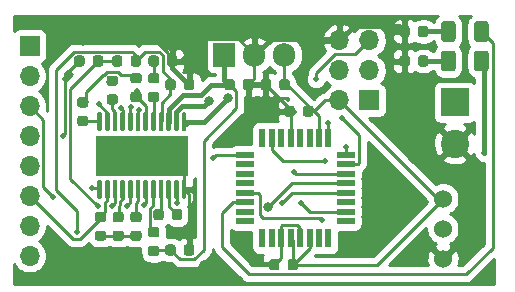
<source format=gbr>
%TF.GenerationSoftware,KiCad,Pcbnew,(5.1.6)-1*%
%TF.CreationDate,2020-11-02T22:50:54-07:00*%
%TF.ProjectId,single_driver,73696e67-6c65-45f6-9472-697665722e6b,rev?*%
%TF.SameCoordinates,Original*%
%TF.FileFunction,Copper,L1,Top*%
%TF.FilePolarity,Positive*%
%FSLAX46Y46*%
G04 Gerber Fmt 4.6, Leading zero omitted, Abs format (unit mm)*
G04 Created by KiCad (PCBNEW (5.1.6)-1) date 2020-11-02 22:50:54*
%MOMM*%
%LPD*%
G01*
G04 APERTURE LIST*
%TA.AperFunction,ComponentPad*%
%ADD10O,1.700000X1.700000*%
%TD*%
%TA.AperFunction,ComponentPad*%
%ADD11R,1.700000X1.700000*%
%TD*%
%TA.AperFunction,ComponentPad*%
%ADD12C,1.524000*%
%TD*%
%TA.AperFunction,ViaPad*%
%ADD13C,0.600000*%
%TD*%
%TA.AperFunction,Conductor*%
%ADD14R,7.800000X3.400000*%
%TD*%
%TA.AperFunction,ComponentPad*%
%ADD15O,1.905000X2.000000*%
%TD*%
%TA.AperFunction,ComponentPad*%
%ADD16R,1.905000X2.000000*%
%TD*%
%TA.AperFunction,SMDPad,CuDef*%
%ADD17R,0.550000X1.600000*%
%TD*%
%TA.AperFunction,SMDPad,CuDef*%
%ADD18R,1.600000X0.550000*%
%TD*%
%TA.AperFunction,ComponentPad*%
%ADD19C,2.400000*%
%TD*%
%TA.AperFunction,ComponentPad*%
%ADD20R,2.400000X2.400000*%
%TD*%
%TA.AperFunction,ViaPad*%
%ADD21C,0.500000*%
%TD*%
%TA.AperFunction,ViaPad*%
%ADD22C,0.800000*%
%TD*%
%TA.AperFunction,Conductor*%
%ADD23C,0.250000*%
%TD*%
%TA.AperFunction,Conductor*%
%ADD24C,0.400000*%
%TD*%
%TA.AperFunction,Conductor*%
%ADD25C,0.254000*%
%TD*%
G04 APERTURE END LIST*
D10*
%TO.P,J1,6*%
%TO.N,GND*%
X166210000Y-94750000D03*
%TO.P,J1,5*%
%TO.N,/RST*%
X168750000Y-94750000D03*
%TO.P,J1,4*%
%TO.N,/MOSI*%
X166210000Y-97290000D03*
%TO.P,J1,3*%
%TO.N,/SCK*%
X168750000Y-97290000D03*
%TO.P,J1,2*%
%TO.N,+5V*%
X166210000Y-99830000D03*
D11*
%TO.P,J1,1*%
%TO.N,/MISO*%
X168750000Y-99830000D03*
%TD*%
D12*
%TO.P,RV1,3*%
%TO.N,+5V*%
X175000000Y-108170000D03*
%TO.P,RV1,2*%
%TO.N,Net-(RV1-Pad2)*%
X175000000Y-110710000D03*
%TO.P,RV1,1*%
%TO.N,GND*%
X175000000Y-113250000D03*
%TD*%
D13*
%TO.N,GND*%
%TO.C,U3*%
X152750000Y-103200000D03*
X152750000Y-104500000D03*
X152750000Y-105800000D03*
X151450000Y-103200000D03*
X151450000Y-104500000D03*
X151450000Y-105800000D03*
X150150000Y-103200000D03*
X150150000Y-104500000D03*
X150150000Y-105800000D03*
X148850000Y-103200000D03*
X148850000Y-104500000D03*
X148850000Y-105800000D03*
X147550000Y-103200000D03*
X147550000Y-104500000D03*
X147550000Y-105800000D03*
X146250000Y-103200000D03*
X146250000Y-104500000D03*
X146250000Y-105800000D03*
D14*
X149500000Y-104500000D03*
%TD*%
%TO.P,U3,24*%
%TO.N,/FG*%
%TA.AperFunction,SMDPad,CuDef*%
G36*
G01*
X146025000Y-102425000D02*
X145825000Y-102425000D01*
G75*
G02*
X145725000Y-102325000I0J100000D01*
G01*
X145725000Y-100950000D01*
G75*
G02*
X145825000Y-100850000I100000J0D01*
G01*
X146025000Y-100850000D01*
G75*
G02*
X146125000Y-100950000I0J-100000D01*
G01*
X146125000Y-102325000D01*
G75*
G02*
X146025000Y-102425000I-100000J0D01*
G01*
G37*
%TD.AperFunction*%
%TO.P,U3,23*%
%TO.N,/FR*%
%TA.AperFunction,SMDPad,CuDef*%
G36*
G01*
X146675000Y-102425000D02*
X146475000Y-102425000D01*
G75*
G02*
X146375000Y-102325000I0J100000D01*
G01*
X146375000Y-100950000D01*
G75*
G02*
X146475000Y-100850000I100000J0D01*
G01*
X146675000Y-100850000D01*
G75*
G02*
X146775000Y-100950000I0J-100000D01*
G01*
X146775000Y-102325000D01*
G75*
G02*
X146675000Y-102425000I-100000J0D01*
G01*
G37*
%TD.AperFunction*%
%TO.P,U3,22*%
%TO.N,Net-(C7-Pad2)*%
%TA.AperFunction,SMDPad,CuDef*%
G36*
G01*
X147325000Y-102425000D02*
X147125000Y-102425000D01*
G75*
G02*
X147025000Y-102325000I0J100000D01*
G01*
X147025000Y-100950000D01*
G75*
G02*
X147125000Y-100850000I100000J0D01*
G01*
X147325000Y-100850000D01*
G75*
G02*
X147425000Y-100950000I0J-100000D01*
G01*
X147425000Y-102325000D01*
G75*
G02*
X147325000Y-102425000I-100000J0D01*
G01*
G37*
%TD.AperFunction*%
%TO.P,U3,21*%
%TO.N,/BKD*%
%TA.AperFunction,SMDPad,CuDef*%
G36*
G01*
X147975000Y-102425000D02*
X147775000Y-102425000D01*
G75*
G02*
X147675000Y-102325000I0J100000D01*
G01*
X147675000Y-100950000D01*
G75*
G02*
X147775000Y-100850000I100000J0D01*
G01*
X147975000Y-100850000D01*
G75*
G02*
X148075000Y-100950000I0J-100000D01*
G01*
X148075000Y-102325000D01*
G75*
G02*
X147975000Y-102425000I-100000J0D01*
G01*
G37*
%TD.AperFunction*%
%TO.P,U3,20*%
%TO.N,/CTD*%
%TA.AperFunction,SMDPad,CuDef*%
G36*
G01*
X148625000Y-102425000D02*
X148425000Y-102425000D01*
G75*
G02*
X148325000Y-102325000I0J100000D01*
G01*
X148325000Y-100950000D01*
G75*
G02*
X148425000Y-100850000I100000J0D01*
G01*
X148625000Y-100850000D01*
G75*
G02*
X148725000Y-100950000I0J-100000D01*
G01*
X148725000Y-102325000D01*
G75*
G02*
X148625000Y-102425000I-100000J0D01*
G01*
G37*
%TD.AperFunction*%
%TO.P,U3,19*%
%TO.N,/PWM*%
%TA.AperFunction,SMDPad,CuDef*%
G36*
G01*
X149275000Y-102425000D02*
X149075000Y-102425000D01*
G75*
G02*
X148975000Y-102325000I0J100000D01*
G01*
X148975000Y-100950000D01*
G75*
G02*
X149075000Y-100850000I100000J0D01*
G01*
X149275000Y-100850000D01*
G75*
G02*
X149375000Y-100950000I0J-100000D01*
G01*
X149375000Y-102325000D01*
G75*
G02*
X149275000Y-102425000I-100000J0D01*
G01*
G37*
%TD.AperFunction*%
%TO.P,U3,18*%
%TO.N,/RD*%
%TA.AperFunction,SMDPad,CuDef*%
G36*
G01*
X149925000Y-102425000D02*
X149725000Y-102425000D01*
G75*
G02*
X149625000Y-102325000I0J100000D01*
G01*
X149625000Y-100950000D01*
G75*
G02*
X149725000Y-100850000I100000J0D01*
G01*
X149925000Y-100850000D01*
G75*
G02*
X150025000Y-100950000I0J-100000D01*
G01*
X150025000Y-102325000D01*
G75*
G02*
X149925000Y-102425000I-100000J0D01*
G01*
G37*
%TD.AperFunction*%
%TO.P,U3,17*%
%TO.N,Net-(R6-Pad1)*%
%TA.AperFunction,SMDPad,CuDef*%
G36*
G01*
X150575000Y-102425000D02*
X150375000Y-102425000D01*
G75*
G02*
X150275000Y-102325000I0J100000D01*
G01*
X150275000Y-100950000D01*
G75*
G02*
X150375000Y-100850000I100000J0D01*
G01*
X150575000Y-100850000D01*
G75*
G02*
X150675000Y-100950000I0J-100000D01*
G01*
X150675000Y-102325000D01*
G75*
G02*
X150575000Y-102425000I-100000J0D01*
G01*
G37*
%TD.AperFunction*%
%TO.P,U3,16*%
%TO.N,/VINT*%
%TA.AperFunction,SMDPad,CuDef*%
G36*
G01*
X151225000Y-102425000D02*
X151025000Y-102425000D01*
G75*
G02*
X150925000Y-102325000I0J100000D01*
G01*
X150925000Y-100950000D01*
G75*
G02*
X151025000Y-100850000I100000J0D01*
G01*
X151225000Y-100850000D01*
G75*
G02*
X151325000Y-100950000I0J-100000D01*
G01*
X151325000Y-102325000D01*
G75*
G02*
X151225000Y-102425000I-100000J0D01*
G01*
G37*
%TD.AperFunction*%
%TO.P,U3,15*%
%TO.N,+12V*%
%TA.AperFunction,SMDPad,CuDef*%
G36*
G01*
X151875000Y-102425000D02*
X151675000Y-102425000D01*
G75*
G02*
X151575000Y-102325000I0J100000D01*
G01*
X151575000Y-100950000D01*
G75*
G02*
X151675000Y-100850000I100000J0D01*
G01*
X151875000Y-100850000D01*
G75*
G02*
X151975000Y-100950000I0J-100000D01*
G01*
X151975000Y-102325000D01*
G75*
G02*
X151875000Y-102425000I-100000J0D01*
G01*
G37*
%TD.AperFunction*%
%TO.P,U3,14*%
%TO.N,Net-(J3-Pad1)*%
%TA.AperFunction,SMDPad,CuDef*%
G36*
G01*
X152525000Y-102425000D02*
X152325000Y-102425000D01*
G75*
G02*
X152225000Y-102325000I0J100000D01*
G01*
X152225000Y-100950000D01*
G75*
G02*
X152325000Y-100850000I100000J0D01*
G01*
X152525000Y-100850000D01*
G75*
G02*
X152625000Y-100950000I0J-100000D01*
G01*
X152625000Y-102325000D01*
G75*
G02*
X152525000Y-102425000I-100000J0D01*
G01*
G37*
%TD.AperFunction*%
%TO.P,U3,13*%
%TO.N,Net-(J3-Pad2)*%
%TA.AperFunction,SMDPad,CuDef*%
G36*
G01*
X153175000Y-102425000D02*
X152975000Y-102425000D01*
G75*
G02*
X152875000Y-102325000I0J100000D01*
G01*
X152875000Y-100950000D01*
G75*
G02*
X152975000Y-100850000I100000J0D01*
G01*
X153175000Y-100850000D01*
G75*
G02*
X153275000Y-100950000I0J-100000D01*
G01*
X153275000Y-102325000D01*
G75*
G02*
X153175000Y-102425000I-100000J0D01*
G01*
G37*
%TD.AperFunction*%
%TO.P,U3,12*%
%TO.N,GND*%
%TA.AperFunction,SMDPad,CuDef*%
G36*
G01*
X153175000Y-108150000D02*
X152975000Y-108150000D01*
G75*
G02*
X152875000Y-108050000I0J100000D01*
G01*
X152875000Y-106675000D01*
G75*
G02*
X152975000Y-106575000I100000J0D01*
G01*
X153175000Y-106575000D01*
G75*
G02*
X153275000Y-106675000I0J-100000D01*
G01*
X153275000Y-108050000D01*
G75*
G02*
X153175000Y-108150000I-100000J0D01*
G01*
G37*
%TD.AperFunction*%
%TO.P,U3,11*%
%TO.N,Net-(J3-Pad3)*%
%TA.AperFunction,SMDPad,CuDef*%
G36*
G01*
X152525000Y-108150000D02*
X152325000Y-108150000D01*
G75*
G02*
X152225000Y-108050000I0J100000D01*
G01*
X152225000Y-106675000D01*
G75*
G02*
X152325000Y-106575000I100000J0D01*
G01*
X152525000Y-106575000D01*
G75*
G02*
X152625000Y-106675000I0J-100000D01*
G01*
X152625000Y-108050000D01*
G75*
G02*
X152525000Y-108150000I-100000J0D01*
G01*
G37*
%TD.AperFunction*%
%TO.P,U3,10*%
%TO.N,Net-(C9-Pad1)*%
%TA.AperFunction,SMDPad,CuDef*%
G36*
G01*
X151875000Y-108150000D02*
X151675000Y-108150000D01*
G75*
G02*
X151575000Y-108050000I0J100000D01*
G01*
X151575000Y-106675000D01*
G75*
G02*
X151675000Y-106575000I100000J0D01*
G01*
X151875000Y-106575000D01*
G75*
G02*
X151975000Y-106675000I0J-100000D01*
G01*
X151975000Y-108050000D01*
G75*
G02*
X151875000Y-108150000I-100000J0D01*
G01*
G37*
%TD.AperFunction*%
%TO.P,U3,9*%
%TO.N,Net-(C9-Pad2)*%
%TA.AperFunction,SMDPad,CuDef*%
G36*
G01*
X151225000Y-108150000D02*
X151025000Y-108150000D01*
G75*
G02*
X150925000Y-108050000I0J100000D01*
G01*
X150925000Y-106675000D01*
G75*
G02*
X151025000Y-106575000I100000J0D01*
G01*
X151225000Y-106575000D01*
G75*
G02*
X151325000Y-106675000I0J-100000D01*
G01*
X151325000Y-108050000D01*
G75*
G02*
X151225000Y-108150000I-100000J0D01*
G01*
G37*
%TD.AperFunction*%
%TO.P,U3,8*%
%TO.N,Net-(C8-Pad2)*%
%TA.AperFunction,SMDPad,CuDef*%
G36*
G01*
X150575000Y-108150000D02*
X150375000Y-108150000D01*
G75*
G02*
X150275000Y-108050000I0J100000D01*
G01*
X150275000Y-106675000D01*
G75*
G02*
X150375000Y-106575000I100000J0D01*
G01*
X150575000Y-106575000D01*
G75*
G02*
X150675000Y-106675000I0J-100000D01*
G01*
X150675000Y-108050000D01*
G75*
G02*
X150575000Y-108150000I-100000J0D01*
G01*
G37*
%TD.AperFunction*%
%TO.P,U3,7*%
%TO.N,/HBIAS*%
%TA.AperFunction,SMDPad,CuDef*%
G36*
G01*
X149925000Y-108150000D02*
X149725000Y-108150000D01*
G75*
G02*
X149625000Y-108050000I0J100000D01*
G01*
X149625000Y-106675000D01*
G75*
G02*
X149725000Y-106575000I100000J0D01*
G01*
X149925000Y-106575000D01*
G75*
G02*
X150025000Y-106675000I0J-100000D01*
G01*
X150025000Y-108050000D01*
G75*
G02*
X149925000Y-108150000I-100000J0D01*
G01*
G37*
%TD.AperFunction*%
%TO.P,U3,6*%
%TO.N,/HW*%
%TA.AperFunction,SMDPad,CuDef*%
G36*
G01*
X149275000Y-108150000D02*
X149075000Y-108150000D01*
G75*
G02*
X148975000Y-108050000I0J100000D01*
G01*
X148975000Y-106675000D01*
G75*
G02*
X149075000Y-106575000I100000J0D01*
G01*
X149275000Y-106575000D01*
G75*
G02*
X149375000Y-106675000I0J-100000D01*
G01*
X149375000Y-108050000D01*
G75*
G02*
X149275000Y-108150000I-100000J0D01*
G01*
G37*
%TD.AperFunction*%
%TO.P,U3,5*%
%TO.N,/HBIAS*%
%TA.AperFunction,SMDPad,CuDef*%
G36*
G01*
X148625000Y-108150000D02*
X148425000Y-108150000D01*
G75*
G02*
X148325000Y-108050000I0J100000D01*
G01*
X148325000Y-106675000D01*
G75*
G02*
X148425000Y-106575000I100000J0D01*
G01*
X148625000Y-106575000D01*
G75*
G02*
X148725000Y-106675000I0J-100000D01*
G01*
X148725000Y-108050000D01*
G75*
G02*
X148625000Y-108150000I-100000J0D01*
G01*
G37*
%TD.AperFunction*%
%TO.P,U3,4*%
%TO.N,/HV*%
%TA.AperFunction,SMDPad,CuDef*%
G36*
G01*
X147975000Y-108150000D02*
X147775000Y-108150000D01*
G75*
G02*
X147675000Y-108050000I0J100000D01*
G01*
X147675000Y-106675000D01*
G75*
G02*
X147775000Y-106575000I100000J0D01*
G01*
X147975000Y-106575000D01*
G75*
G02*
X148075000Y-106675000I0J-100000D01*
G01*
X148075000Y-108050000D01*
G75*
G02*
X147975000Y-108150000I-100000J0D01*
G01*
G37*
%TD.AperFunction*%
%TO.P,U3,3*%
%TO.N,/HBIAS*%
%TA.AperFunction,SMDPad,CuDef*%
G36*
G01*
X147325000Y-108150000D02*
X147125000Y-108150000D01*
G75*
G02*
X147025000Y-108050000I0J100000D01*
G01*
X147025000Y-106675000D01*
G75*
G02*
X147125000Y-106575000I100000J0D01*
G01*
X147325000Y-106575000D01*
G75*
G02*
X147425000Y-106675000I0J-100000D01*
G01*
X147425000Y-108050000D01*
G75*
G02*
X147325000Y-108150000I-100000J0D01*
G01*
G37*
%TD.AperFunction*%
%TO.P,U3,2*%
%TO.N,/HU*%
%TA.AperFunction,SMDPad,CuDef*%
G36*
G01*
X146675000Y-108150000D02*
X146475000Y-108150000D01*
G75*
G02*
X146375000Y-108050000I0J100000D01*
G01*
X146375000Y-106675000D01*
G75*
G02*
X146475000Y-106575000I100000J0D01*
G01*
X146675000Y-106575000D01*
G75*
G02*
X146775000Y-106675000I0J-100000D01*
G01*
X146775000Y-108050000D01*
G75*
G02*
X146675000Y-108150000I-100000J0D01*
G01*
G37*
%TD.AperFunction*%
%TO.P,U3,1*%
%TO.N,/DAA*%
%TA.AperFunction,SMDPad,CuDef*%
G36*
G01*
X146025000Y-108150000D02*
X145825000Y-108150000D01*
G75*
G02*
X145725000Y-108050000I0J100000D01*
G01*
X145725000Y-106675000D01*
G75*
G02*
X145825000Y-106575000I100000J0D01*
G01*
X146025000Y-106575000D01*
G75*
G02*
X146125000Y-106675000I0J-100000D01*
G01*
X146125000Y-108050000D01*
G75*
G02*
X146025000Y-108150000I-100000J0D01*
G01*
G37*
%TD.AperFunction*%
%TD*%
D15*
%TO.P,U2,3*%
%TO.N,+5V*%
X161580000Y-96000000D03*
%TO.P,U2,2*%
%TO.N,GND*%
X159040000Y-96000000D03*
D16*
%TO.P,U2,1*%
%TO.N,+12V*%
X156500000Y-96000000D03*
%TD*%
D17*
%TO.P,U1,1*%
%TO.N,N/C*%
X159700000Y-111500000D03*
%TO.P,U1,2*%
X160500000Y-111500000D03*
%TO.P,U1,3*%
%TO.N,GND*%
X161300000Y-111500000D03*
%TO.P,U1,4*%
%TO.N,+5V*%
X162100000Y-111500000D03*
%TO.P,U1,5*%
%TO.N,GND*%
X162900000Y-111500000D03*
%TO.P,U1,6*%
%TO.N,+5V*%
X163700000Y-111500000D03*
%TO.P,U1,7*%
%TO.N,/FR*%
X164500000Y-111500000D03*
%TO.P,U1,8*%
%TO.N,N/C*%
X165300000Y-111500000D03*
D18*
%TO.P,U1,9*%
X166750000Y-110050000D03*
%TO.P,U1,10*%
%TO.N,/PWM*%
X166750000Y-109250000D03*
%TO.P,U1,11*%
%TO.N,N/C*%
X166750000Y-108450000D03*
%TO.P,U1,12*%
%TO.N,/BKD*%
X166750000Y-107650000D03*
%TO.P,U1,13*%
%TO.N,/DAA*%
X166750000Y-106850000D03*
%TO.P,U1,14*%
%TO.N,/CTD*%
X166750000Y-106050000D03*
%TO.P,U1,15*%
%TO.N,/MOSI*%
X166750000Y-105250000D03*
%TO.P,U1,16*%
%TO.N,/MISO*%
X166750000Y-104450000D03*
D17*
%TO.P,U1,17*%
%TO.N,/SCK*%
X165300000Y-103000000D03*
%TO.P,U1,18*%
%TO.N,+5V*%
X164500000Y-103000000D03*
%TO.P,U1,19*%
%TO.N,N/C*%
X163700000Y-103000000D03*
%TO.P,U1,20*%
X162900000Y-103000000D03*
%TO.P,U1,21*%
%TO.N,GND*%
X162100000Y-103000000D03*
%TO.P,U1,22*%
%TO.N,N/C*%
X161300000Y-103000000D03*
%TO.P,U1,23*%
%TO.N,Net-(RV1-Pad2)*%
X160500000Y-103000000D03*
%TO.P,U1,24*%
%TO.N,/RD*%
X159700000Y-103000000D03*
D18*
%TO.P,U1,25*%
%TO.N,/FG*%
X158250000Y-104450000D03*
%TO.P,U1,26*%
%TO.N,N/C*%
X158250000Y-105250000D03*
%TO.P,U1,27*%
X158250000Y-106050000D03*
%TO.P,U1,28*%
X158250000Y-106850000D03*
%TO.P,U1,29*%
%TO.N,/RST*%
X158250000Y-107650000D03*
%TO.P,U1,30*%
%TO.N,Net-(D1-Pad2)*%
X158250000Y-108450000D03*
%TO.P,U1,31*%
%TO.N,N/C*%
X158250000Y-109250000D03*
%TO.P,U1,32*%
X158250000Y-110050000D03*
%TD*%
%TO.P,R11,2*%
%TO.N,/VINT*%
%TA.AperFunction,SMDPad,CuDef*%
G36*
G01*
X148743750Y-110850000D02*
X149256250Y-110850000D01*
G75*
G02*
X149475000Y-111068750I0J-218750D01*
G01*
X149475000Y-111506250D01*
G75*
G02*
X149256250Y-111725000I-218750J0D01*
G01*
X148743750Y-111725000D01*
G75*
G02*
X148525000Y-111506250I0J218750D01*
G01*
X148525000Y-111068750D01*
G75*
G02*
X148743750Y-110850000I218750J0D01*
G01*
G37*
%TD.AperFunction*%
%TO.P,R11,1*%
%TO.N,/HW*%
%TA.AperFunction,SMDPad,CuDef*%
G36*
G01*
X148743750Y-109275000D02*
X149256250Y-109275000D01*
G75*
G02*
X149475000Y-109493750I0J-218750D01*
G01*
X149475000Y-109931250D01*
G75*
G02*
X149256250Y-110150000I-218750J0D01*
G01*
X148743750Y-110150000D01*
G75*
G02*
X148525000Y-109931250I0J218750D01*
G01*
X148525000Y-109493750D01*
G75*
G02*
X148743750Y-109275000I218750J0D01*
G01*
G37*
%TD.AperFunction*%
%TD*%
%TO.P,R10,2*%
%TO.N,/VINT*%
%TA.AperFunction,SMDPad,CuDef*%
G36*
G01*
X147243750Y-110850000D02*
X147756250Y-110850000D01*
G75*
G02*
X147975000Y-111068750I0J-218750D01*
G01*
X147975000Y-111506250D01*
G75*
G02*
X147756250Y-111725000I-218750J0D01*
G01*
X147243750Y-111725000D01*
G75*
G02*
X147025000Y-111506250I0J218750D01*
G01*
X147025000Y-111068750D01*
G75*
G02*
X147243750Y-110850000I218750J0D01*
G01*
G37*
%TD.AperFunction*%
%TO.P,R10,1*%
%TO.N,/HV*%
%TA.AperFunction,SMDPad,CuDef*%
G36*
G01*
X147243750Y-109275000D02*
X147756250Y-109275000D01*
G75*
G02*
X147975000Y-109493750I0J-218750D01*
G01*
X147975000Y-109931250D01*
G75*
G02*
X147756250Y-110150000I-218750J0D01*
G01*
X147243750Y-110150000D01*
G75*
G02*
X147025000Y-109931250I0J218750D01*
G01*
X147025000Y-109493750D01*
G75*
G02*
X147243750Y-109275000I218750J0D01*
G01*
G37*
%TD.AperFunction*%
%TD*%
%TO.P,R9,2*%
%TO.N,/VINT*%
%TA.AperFunction,SMDPad,CuDef*%
G36*
G01*
X145743750Y-110850000D02*
X146256250Y-110850000D01*
G75*
G02*
X146475000Y-111068750I0J-218750D01*
G01*
X146475000Y-111506250D01*
G75*
G02*
X146256250Y-111725000I-218750J0D01*
G01*
X145743750Y-111725000D01*
G75*
G02*
X145525000Y-111506250I0J218750D01*
G01*
X145525000Y-111068750D01*
G75*
G02*
X145743750Y-110850000I218750J0D01*
G01*
G37*
%TD.AperFunction*%
%TO.P,R9,1*%
%TO.N,/HU*%
%TA.AperFunction,SMDPad,CuDef*%
G36*
G01*
X145743750Y-109275000D02*
X146256250Y-109275000D01*
G75*
G02*
X146475000Y-109493750I0J-218750D01*
G01*
X146475000Y-109931250D01*
G75*
G02*
X146256250Y-110150000I-218750J0D01*
G01*
X145743750Y-110150000D01*
G75*
G02*
X145525000Y-109931250I0J218750D01*
G01*
X145525000Y-109493750D01*
G75*
G02*
X145743750Y-109275000I218750J0D01*
G01*
G37*
%TD.AperFunction*%
%TD*%
%TO.P,R8,2*%
%TO.N,/RD*%
%TA.AperFunction,SMDPad,CuDef*%
G36*
G01*
X148743750Y-99100000D02*
X149256250Y-99100000D01*
G75*
G02*
X149475000Y-99318750I0J-218750D01*
G01*
X149475000Y-99756250D01*
G75*
G02*
X149256250Y-99975000I-218750J0D01*
G01*
X148743750Y-99975000D01*
G75*
G02*
X148525000Y-99756250I0J218750D01*
G01*
X148525000Y-99318750D01*
G75*
G02*
X148743750Y-99100000I218750J0D01*
G01*
G37*
%TD.AperFunction*%
%TO.P,R8,1*%
%TO.N,+5V*%
%TA.AperFunction,SMDPad,CuDef*%
G36*
G01*
X148743750Y-97525000D02*
X149256250Y-97525000D01*
G75*
G02*
X149475000Y-97743750I0J-218750D01*
G01*
X149475000Y-98181250D01*
G75*
G02*
X149256250Y-98400000I-218750J0D01*
G01*
X148743750Y-98400000D01*
G75*
G02*
X148525000Y-98181250I0J218750D01*
G01*
X148525000Y-97743750D01*
G75*
G02*
X148743750Y-97525000I218750J0D01*
G01*
G37*
%TD.AperFunction*%
%TD*%
%TO.P,R7,2*%
%TO.N,/FG*%
%TA.AperFunction,SMDPad,CuDef*%
G36*
G01*
X144243750Y-101137500D02*
X144756250Y-101137500D01*
G75*
G02*
X144975000Y-101356250I0J-218750D01*
G01*
X144975000Y-101793750D01*
G75*
G02*
X144756250Y-102012500I-218750J0D01*
G01*
X144243750Y-102012500D01*
G75*
G02*
X144025000Y-101793750I0J218750D01*
G01*
X144025000Y-101356250D01*
G75*
G02*
X144243750Y-101137500I218750J0D01*
G01*
G37*
%TD.AperFunction*%
%TO.P,R7,1*%
%TO.N,+5V*%
%TA.AperFunction,SMDPad,CuDef*%
G36*
G01*
X144243750Y-99562500D02*
X144756250Y-99562500D01*
G75*
G02*
X144975000Y-99781250I0J-218750D01*
G01*
X144975000Y-100218750D01*
G75*
G02*
X144756250Y-100437500I-218750J0D01*
G01*
X144243750Y-100437500D01*
G75*
G02*
X144025000Y-100218750I0J218750D01*
G01*
X144025000Y-99781250D01*
G75*
G02*
X144243750Y-99562500I218750J0D01*
G01*
G37*
%TD.AperFunction*%
%TD*%
%TO.P,R6,2*%
%TO.N,Net-(R5-Pad2)*%
%TA.AperFunction,SMDPad,CuDef*%
G36*
G01*
X150756250Y-98400000D02*
X150243750Y-98400000D01*
G75*
G02*
X150025000Y-98181250I0J218750D01*
G01*
X150025000Y-97743750D01*
G75*
G02*
X150243750Y-97525000I218750J0D01*
G01*
X150756250Y-97525000D01*
G75*
G02*
X150975000Y-97743750I0J-218750D01*
G01*
X150975000Y-98181250D01*
G75*
G02*
X150756250Y-98400000I-218750J0D01*
G01*
G37*
%TD.AperFunction*%
%TO.P,R6,1*%
%TO.N,Net-(R6-Pad1)*%
%TA.AperFunction,SMDPad,CuDef*%
G36*
G01*
X150756250Y-99975000D02*
X150243750Y-99975000D01*
G75*
G02*
X150025000Y-99756250I0J218750D01*
G01*
X150025000Y-99318750D01*
G75*
G02*
X150243750Y-99100000I218750J0D01*
G01*
X150756250Y-99100000D01*
G75*
G02*
X150975000Y-99318750I0J-218750D01*
G01*
X150975000Y-99756250D01*
G75*
G02*
X150756250Y-99975000I-218750J0D01*
G01*
G37*
%TD.AperFunction*%
%TD*%
%TO.P,R5,2*%
%TO.N,Net-(R5-Pad2)*%
%TA.AperFunction,SMDPad,CuDef*%
G36*
G01*
X150937500Y-96243750D02*
X150937500Y-96756250D01*
G75*
G02*
X150718750Y-96975000I-218750J0D01*
G01*
X150281250Y-96975000D01*
G75*
G02*
X150062500Y-96756250I0J218750D01*
G01*
X150062500Y-96243750D01*
G75*
G02*
X150281250Y-96025000I218750J0D01*
G01*
X150718750Y-96025000D01*
G75*
G02*
X150937500Y-96243750I0J-218750D01*
G01*
G37*
%TD.AperFunction*%
%TO.P,R5,1*%
%TO.N,GND*%
%TA.AperFunction,SMDPad,CuDef*%
G36*
G01*
X152512500Y-96243750D02*
X152512500Y-96756250D01*
G75*
G02*
X152293750Y-96975000I-218750J0D01*
G01*
X151856250Y-96975000D01*
G75*
G02*
X151637500Y-96756250I0J218750D01*
G01*
X151637500Y-96243750D01*
G75*
G02*
X151856250Y-96025000I218750J0D01*
G01*
X152293750Y-96025000D01*
G75*
G02*
X152512500Y-96243750I0J-218750D01*
G01*
G37*
%TD.AperFunction*%
%TD*%
%TO.P,R4,2*%
%TO.N,GND*%
%TA.AperFunction,SMDPad,CuDef*%
G36*
G01*
X172187500Y-96243750D02*
X172187500Y-96756250D01*
G75*
G02*
X171968750Y-96975000I-218750J0D01*
G01*
X171531250Y-96975000D01*
G75*
G02*
X171312500Y-96756250I0J218750D01*
G01*
X171312500Y-96243750D01*
G75*
G02*
X171531250Y-96025000I218750J0D01*
G01*
X171968750Y-96025000D01*
G75*
G02*
X172187500Y-96243750I0J-218750D01*
G01*
G37*
%TD.AperFunction*%
%TO.P,R4,1*%
%TO.N,Net-(D2-Pad1)*%
%TA.AperFunction,SMDPad,CuDef*%
G36*
G01*
X173762500Y-96243750D02*
X173762500Y-96756250D01*
G75*
G02*
X173543750Y-96975000I-218750J0D01*
G01*
X173106250Y-96975000D01*
G75*
G02*
X172887500Y-96756250I0J218750D01*
G01*
X172887500Y-96243750D01*
G75*
G02*
X173106250Y-96025000I218750J0D01*
G01*
X173543750Y-96025000D01*
G75*
G02*
X173762500Y-96243750I0J-218750D01*
G01*
G37*
%TD.AperFunction*%
%TD*%
%TO.P,R3,2*%
%TO.N,/HBIAS*%
%TA.AperFunction,SMDPad,CuDef*%
G36*
G01*
X145350000Y-96756250D02*
X145350000Y-96243750D01*
G75*
G02*
X145568750Y-96025000I218750J0D01*
G01*
X146006250Y-96025000D01*
G75*
G02*
X146225000Y-96243750I0J-218750D01*
G01*
X146225000Y-96756250D01*
G75*
G02*
X146006250Y-96975000I-218750J0D01*
G01*
X145568750Y-96975000D01*
G75*
G02*
X145350000Y-96756250I0J218750D01*
G01*
G37*
%TD.AperFunction*%
%TO.P,R3,1*%
%TO.N,GND*%
%TA.AperFunction,SMDPad,CuDef*%
G36*
G01*
X143775000Y-96756250D02*
X143775000Y-96243750D01*
G75*
G02*
X143993750Y-96025000I218750J0D01*
G01*
X144431250Y-96025000D01*
G75*
G02*
X144650000Y-96243750I0J-218750D01*
G01*
X144650000Y-96756250D01*
G75*
G02*
X144431250Y-96975000I-218750J0D01*
G01*
X143993750Y-96975000D01*
G75*
G02*
X143775000Y-96756250I0J218750D01*
G01*
G37*
%TD.AperFunction*%
%TD*%
%TO.P,R2,2*%
%TO.N,/VINT*%
%TA.AperFunction,SMDPad,CuDef*%
G36*
G01*
X148562500Y-96756250D02*
X148562500Y-96243750D01*
G75*
G02*
X148781250Y-96025000I218750J0D01*
G01*
X149218750Y-96025000D01*
G75*
G02*
X149437500Y-96243750I0J-218750D01*
G01*
X149437500Y-96756250D01*
G75*
G02*
X149218750Y-96975000I-218750J0D01*
G01*
X148781250Y-96975000D01*
G75*
G02*
X148562500Y-96756250I0J218750D01*
G01*
G37*
%TD.AperFunction*%
%TO.P,R2,1*%
%TO.N,/HBIAS*%
%TA.AperFunction,SMDPad,CuDef*%
G36*
G01*
X146987500Y-96756250D02*
X146987500Y-96243750D01*
G75*
G02*
X147206250Y-96025000I218750J0D01*
G01*
X147643750Y-96025000D01*
G75*
G02*
X147862500Y-96243750I0J-218750D01*
G01*
X147862500Y-96756250D01*
G75*
G02*
X147643750Y-96975000I-218750J0D01*
G01*
X147206250Y-96975000D01*
G75*
G02*
X146987500Y-96756250I0J218750D01*
G01*
G37*
%TD.AperFunction*%
%TD*%
%TO.P,R1,2*%
%TO.N,GND*%
%TA.AperFunction,SMDPad,CuDef*%
G36*
G01*
X172187500Y-93743750D02*
X172187500Y-94256250D01*
G75*
G02*
X171968750Y-94475000I-218750J0D01*
G01*
X171531250Y-94475000D01*
G75*
G02*
X171312500Y-94256250I0J218750D01*
G01*
X171312500Y-93743750D01*
G75*
G02*
X171531250Y-93525000I218750J0D01*
G01*
X171968750Y-93525000D01*
G75*
G02*
X172187500Y-93743750I0J-218750D01*
G01*
G37*
%TD.AperFunction*%
%TO.P,R1,1*%
%TO.N,Net-(D1-Pad1)*%
%TA.AperFunction,SMDPad,CuDef*%
G36*
G01*
X173762500Y-93743750D02*
X173762500Y-94256250D01*
G75*
G02*
X173543750Y-94475000I-218750J0D01*
G01*
X173106250Y-94475000D01*
G75*
G02*
X172887500Y-94256250I0J218750D01*
G01*
X172887500Y-93743750D01*
G75*
G02*
X173106250Y-93525000I218750J0D01*
G01*
X173543750Y-93525000D01*
G75*
G02*
X173762500Y-93743750I0J-218750D01*
G01*
G37*
%TD.AperFunction*%
%TD*%
D10*
%TO.P,J3,8*%
%TO.N,/HW*%
X140000000Y-113000000D03*
%TO.P,J3,7*%
%TO.N,/HV*%
X140000000Y-110460000D03*
%TO.P,J3,6*%
%TO.N,/HU*%
X140000000Y-107920000D03*
%TO.P,J3,5*%
%TO.N,+5V*%
X140000000Y-105380000D03*
%TO.P,J3,4*%
%TO.N,GND*%
X140000000Y-102840000D03*
%TO.P,J3,3*%
%TO.N,Net-(J3-Pad3)*%
X140000000Y-100300000D03*
%TO.P,J3,2*%
%TO.N,Net-(J3-Pad2)*%
X140000000Y-97760000D03*
D11*
%TO.P,J3,1*%
%TO.N,Net-(J3-Pad1)*%
X140000000Y-95220000D03*
%TD*%
D19*
%TO.P,J2,2*%
%TO.N,GND*%
X176000000Y-103500000D03*
D20*
%TO.P,J2,1*%
%TO.N,+12V*%
X176000000Y-100000000D03*
%TD*%
%TO.P,D2,2*%
%TO.N,+5V*%
%TA.AperFunction,SMDPad,CuDef*%
G36*
G01*
X177625000Y-97125000D02*
X177625000Y-95875000D01*
G75*
G02*
X177875000Y-95625000I250000J0D01*
G01*
X178625000Y-95625000D01*
G75*
G02*
X178875000Y-95875000I0J-250000D01*
G01*
X178875000Y-97125000D01*
G75*
G02*
X178625000Y-97375000I-250000J0D01*
G01*
X177875000Y-97375000D01*
G75*
G02*
X177625000Y-97125000I0J250000D01*
G01*
G37*
%TD.AperFunction*%
%TO.P,D2,1*%
%TO.N,Net-(D2-Pad1)*%
%TA.AperFunction,SMDPad,CuDef*%
G36*
G01*
X174825000Y-97125000D02*
X174825000Y-95875000D01*
G75*
G02*
X175075000Y-95625000I250000J0D01*
G01*
X175825000Y-95625000D01*
G75*
G02*
X176075000Y-95875000I0J-250000D01*
G01*
X176075000Y-97125000D01*
G75*
G02*
X175825000Y-97375000I-250000J0D01*
G01*
X175075000Y-97375000D01*
G75*
G02*
X174825000Y-97125000I0J250000D01*
G01*
G37*
%TD.AperFunction*%
%TD*%
%TO.P,D1,2*%
%TO.N,Net-(D1-Pad2)*%
%TA.AperFunction,SMDPad,CuDef*%
G36*
G01*
X177625000Y-94625000D02*
X177625000Y-93375000D01*
G75*
G02*
X177875000Y-93125000I250000J0D01*
G01*
X178625000Y-93125000D01*
G75*
G02*
X178875000Y-93375000I0J-250000D01*
G01*
X178875000Y-94625000D01*
G75*
G02*
X178625000Y-94875000I-250000J0D01*
G01*
X177875000Y-94875000D01*
G75*
G02*
X177625000Y-94625000I0J250000D01*
G01*
G37*
%TD.AperFunction*%
%TO.P,D1,1*%
%TO.N,Net-(D1-Pad1)*%
%TA.AperFunction,SMDPad,CuDef*%
G36*
G01*
X174825000Y-94625000D02*
X174825000Y-93375000D01*
G75*
G02*
X175075000Y-93125000I250000J0D01*
G01*
X175825000Y-93125000D01*
G75*
G02*
X176075000Y-93375000I0J-250000D01*
G01*
X176075000Y-94625000D01*
G75*
G02*
X175825000Y-94875000I-250000J0D01*
G01*
X175075000Y-94875000D01*
G75*
G02*
X174825000Y-94625000I0J250000D01*
G01*
G37*
%TD.AperFunction*%
%TD*%
%TO.P,C9,2*%
%TO.N,Net-(C9-Pad2)*%
%TA.AperFunction,SMDPad,CuDef*%
G36*
G01*
X151362500Y-109243750D02*
X151362500Y-109756250D01*
G75*
G02*
X151143750Y-109975000I-218750J0D01*
G01*
X150706250Y-109975000D01*
G75*
G02*
X150487500Y-109756250I0J218750D01*
G01*
X150487500Y-109243750D01*
G75*
G02*
X150706250Y-109025000I218750J0D01*
G01*
X151143750Y-109025000D01*
G75*
G02*
X151362500Y-109243750I0J-218750D01*
G01*
G37*
%TD.AperFunction*%
%TO.P,C9,1*%
%TO.N,Net-(C9-Pad1)*%
%TA.AperFunction,SMDPad,CuDef*%
G36*
G01*
X152937500Y-109243750D02*
X152937500Y-109756250D01*
G75*
G02*
X152718750Y-109975000I-218750J0D01*
G01*
X152281250Y-109975000D01*
G75*
G02*
X152062500Y-109756250I0J218750D01*
G01*
X152062500Y-109243750D01*
G75*
G02*
X152281250Y-109025000I218750J0D01*
G01*
X152718750Y-109025000D01*
G75*
G02*
X152937500Y-109243750I0J-218750D01*
G01*
G37*
%TD.AperFunction*%
%TD*%
%TO.P,C8,2*%
%TO.N,Net-(C8-Pad2)*%
%TA.AperFunction,SMDPad,CuDef*%
G36*
G01*
X150756250Y-111437500D02*
X150243750Y-111437500D01*
G75*
G02*
X150025000Y-111218750I0J218750D01*
G01*
X150025000Y-110781250D01*
G75*
G02*
X150243750Y-110562500I218750J0D01*
G01*
X150756250Y-110562500D01*
G75*
G02*
X150975000Y-110781250I0J-218750D01*
G01*
X150975000Y-111218750D01*
G75*
G02*
X150756250Y-111437500I-218750J0D01*
G01*
G37*
%TD.AperFunction*%
%TO.P,C8,1*%
%TO.N,+12V*%
%TA.AperFunction,SMDPad,CuDef*%
G36*
G01*
X150756250Y-113012500D02*
X150243750Y-113012500D01*
G75*
G02*
X150025000Y-112793750I0J218750D01*
G01*
X150025000Y-112356250D01*
G75*
G02*
X150243750Y-112137500I218750J0D01*
G01*
X150756250Y-112137500D01*
G75*
G02*
X150975000Y-112356250I0J-218750D01*
G01*
X150975000Y-112793750D01*
G75*
G02*
X150756250Y-113012500I-218750J0D01*
G01*
G37*
%TD.AperFunction*%
%TD*%
%TO.P,C7,2*%
%TO.N,Net-(C7-Pad2)*%
%TA.AperFunction,SMDPad,CuDef*%
G36*
G01*
X146743750Y-99312500D02*
X147256250Y-99312500D01*
G75*
G02*
X147475000Y-99531250I0J-218750D01*
G01*
X147475000Y-99968750D01*
G75*
G02*
X147256250Y-100187500I-218750J0D01*
G01*
X146743750Y-100187500D01*
G75*
G02*
X146525000Y-99968750I0J218750D01*
G01*
X146525000Y-99531250D01*
G75*
G02*
X146743750Y-99312500I218750J0D01*
G01*
G37*
%TD.AperFunction*%
%TO.P,C7,1*%
%TO.N,GND*%
%TA.AperFunction,SMDPad,CuDef*%
G36*
G01*
X146743750Y-97737500D02*
X147256250Y-97737500D01*
G75*
G02*
X147475000Y-97956250I0J-218750D01*
G01*
X147475000Y-98393750D01*
G75*
G02*
X147256250Y-98612500I-218750J0D01*
G01*
X146743750Y-98612500D01*
G75*
G02*
X146525000Y-98393750I0J218750D01*
G01*
X146525000Y-97956250D01*
G75*
G02*
X146743750Y-97737500I218750J0D01*
G01*
G37*
%TD.AperFunction*%
%TD*%
%TO.P,C6,2*%
%TO.N,/VINT*%
%TA.AperFunction,SMDPad,CuDef*%
G36*
G01*
X152362500Y-98243750D02*
X152362500Y-98756250D01*
G75*
G02*
X152143750Y-98975000I-218750J0D01*
G01*
X151706250Y-98975000D01*
G75*
G02*
X151487500Y-98756250I0J218750D01*
G01*
X151487500Y-98243750D01*
G75*
G02*
X151706250Y-98025000I218750J0D01*
G01*
X152143750Y-98025000D01*
G75*
G02*
X152362500Y-98243750I0J-218750D01*
G01*
G37*
%TD.AperFunction*%
%TO.P,C6,1*%
%TO.N,GND*%
%TA.AperFunction,SMDPad,CuDef*%
G36*
G01*
X153937500Y-98243750D02*
X153937500Y-98756250D01*
G75*
G02*
X153718750Y-98975000I-218750J0D01*
G01*
X153281250Y-98975000D01*
G75*
G02*
X153062500Y-98756250I0J218750D01*
G01*
X153062500Y-98243750D01*
G75*
G02*
X153281250Y-98025000I218750J0D01*
G01*
X153718750Y-98025000D01*
G75*
G02*
X153937500Y-98243750I0J-218750D01*
G01*
G37*
%TD.AperFunction*%
%TD*%
%TO.P,C5,2*%
%TO.N,+12V*%
%TA.AperFunction,SMDPad,CuDef*%
G36*
G01*
X152362500Y-112243750D02*
X152362500Y-112756250D01*
G75*
G02*
X152143750Y-112975000I-218750J0D01*
G01*
X151706250Y-112975000D01*
G75*
G02*
X151487500Y-112756250I0J218750D01*
G01*
X151487500Y-112243750D01*
G75*
G02*
X151706250Y-112025000I218750J0D01*
G01*
X152143750Y-112025000D01*
G75*
G02*
X152362500Y-112243750I0J-218750D01*
G01*
G37*
%TD.AperFunction*%
%TO.P,C5,1*%
%TO.N,GND*%
%TA.AperFunction,SMDPad,CuDef*%
G36*
G01*
X153937500Y-112243750D02*
X153937500Y-112756250D01*
G75*
G02*
X153718750Y-112975000I-218750J0D01*
G01*
X153281250Y-112975000D01*
G75*
G02*
X153062500Y-112756250I0J218750D01*
G01*
X153062500Y-112243750D01*
G75*
G02*
X153281250Y-112025000I218750J0D01*
G01*
X153718750Y-112025000D01*
G75*
G02*
X153937500Y-112243750I0J-218750D01*
G01*
G37*
%TD.AperFunction*%
%TD*%
%TO.P,C4,2*%
%TO.N,GND*%
%TA.AperFunction,SMDPad,CuDef*%
G36*
G01*
X160437500Y-98243750D02*
X160437500Y-98756250D01*
G75*
G02*
X160218750Y-98975000I-218750J0D01*
G01*
X159781250Y-98975000D01*
G75*
G02*
X159562500Y-98756250I0J218750D01*
G01*
X159562500Y-98243750D01*
G75*
G02*
X159781250Y-98025000I218750J0D01*
G01*
X160218750Y-98025000D01*
G75*
G02*
X160437500Y-98243750I0J-218750D01*
G01*
G37*
%TD.AperFunction*%
%TO.P,C4,1*%
%TO.N,+5V*%
%TA.AperFunction,SMDPad,CuDef*%
G36*
G01*
X162012500Y-98243750D02*
X162012500Y-98756250D01*
G75*
G02*
X161793750Y-98975000I-218750J0D01*
G01*
X161356250Y-98975000D01*
G75*
G02*
X161137500Y-98756250I0J218750D01*
G01*
X161137500Y-98243750D01*
G75*
G02*
X161356250Y-98025000I218750J0D01*
G01*
X161793750Y-98025000D01*
G75*
G02*
X162012500Y-98243750I0J-218750D01*
G01*
G37*
%TD.AperFunction*%
%TD*%
%TO.P,C3,2*%
%TO.N,GND*%
%TA.AperFunction,SMDPad,CuDef*%
G36*
G01*
X158062500Y-98756250D02*
X158062500Y-98243750D01*
G75*
G02*
X158281250Y-98025000I218750J0D01*
G01*
X158718750Y-98025000D01*
G75*
G02*
X158937500Y-98243750I0J-218750D01*
G01*
X158937500Y-98756250D01*
G75*
G02*
X158718750Y-98975000I-218750J0D01*
G01*
X158281250Y-98975000D01*
G75*
G02*
X158062500Y-98756250I0J218750D01*
G01*
G37*
%TD.AperFunction*%
%TO.P,C3,1*%
%TO.N,+12V*%
%TA.AperFunction,SMDPad,CuDef*%
G36*
G01*
X156487500Y-98756250D02*
X156487500Y-98243750D01*
G75*
G02*
X156706250Y-98025000I218750J0D01*
G01*
X157143750Y-98025000D01*
G75*
G02*
X157362500Y-98243750I0J-218750D01*
G01*
X157362500Y-98756250D01*
G75*
G02*
X157143750Y-98975000I-218750J0D01*
G01*
X156706250Y-98975000D01*
G75*
G02*
X156487500Y-98756250I0J218750D01*
G01*
G37*
%TD.AperFunction*%
%TD*%
%TO.P,C2,1*%
%TO.N,+5V*%
%TA.AperFunction,SMDPad,CuDef*%
G36*
G01*
X164012500Y-100493750D02*
X164012500Y-101006250D01*
G75*
G02*
X163793750Y-101225000I-218750J0D01*
G01*
X163356250Y-101225000D01*
G75*
G02*
X163137500Y-101006250I0J218750D01*
G01*
X163137500Y-100493750D01*
G75*
G02*
X163356250Y-100275000I218750J0D01*
G01*
X163793750Y-100275000D01*
G75*
G02*
X164012500Y-100493750I0J-218750D01*
G01*
G37*
%TD.AperFunction*%
%TO.P,C2,2*%
%TO.N,GND*%
%TA.AperFunction,SMDPad,CuDef*%
G36*
G01*
X162437500Y-100493750D02*
X162437500Y-101006250D01*
G75*
G02*
X162218750Y-101225000I-218750J0D01*
G01*
X161781250Y-101225000D01*
G75*
G02*
X161562500Y-101006250I0J218750D01*
G01*
X161562500Y-100493750D01*
G75*
G02*
X161781250Y-100275000I218750J0D01*
G01*
X162218750Y-100275000D01*
G75*
G02*
X162437500Y-100493750I0J-218750D01*
G01*
G37*
%TD.AperFunction*%
%TD*%
%TO.P,C1,1*%
%TO.N,+5V*%
%TA.AperFunction,SMDPad,CuDef*%
G36*
G01*
X162725000Y-113493750D02*
X162725000Y-114006250D01*
G75*
G02*
X162506250Y-114225000I-218750J0D01*
G01*
X162068750Y-114225000D01*
G75*
G02*
X161850000Y-114006250I0J218750D01*
G01*
X161850000Y-113493750D01*
G75*
G02*
X162068750Y-113275000I218750J0D01*
G01*
X162506250Y-113275000D01*
G75*
G02*
X162725000Y-113493750I0J-218750D01*
G01*
G37*
%TD.AperFunction*%
%TO.P,C1,2*%
%TO.N,GND*%
%TA.AperFunction,SMDPad,CuDef*%
G36*
G01*
X161150000Y-113493750D02*
X161150000Y-114006250D01*
G75*
G02*
X160931250Y-114225000I-218750J0D01*
G01*
X160493750Y-114225000D01*
G75*
G02*
X160275000Y-114006250I0J218750D01*
G01*
X160275000Y-113493750D01*
G75*
G02*
X160493750Y-113275000I218750J0D01*
G01*
X160931250Y-113275000D01*
G75*
G02*
X161150000Y-113493750I0J-218750D01*
G01*
G37*
%TD.AperFunction*%
%TD*%
D21*
%TO.N,+5V*%
X178500000Y-104250000D03*
X144749992Y-100000000D03*
X149250000Y-97750000D03*
%TO.N,/VINT*%
X144000000Y-111000000D03*
X146000000Y-111287500D03*
%TO.N,/RST*%
X164250000Y-98000000D03*
X164750000Y-110000000D03*
%TO.N,/MOSI*%
X166424516Y-101342297D03*
%TO.N,/SCK*%
X165250000Y-101750000D03*
%TO.N,/MISO*%
X166750000Y-103750000D03*
D22*
%TO.N,/HW*%
X149000000Y-109712500D03*
%TO.N,/HV*%
X147500000Y-109712500D03*
D21*
%TO.N,Net-(J3-Pad3)*%
X152500000Y-108500000D03*
X142000000Y-108000000D03*
D22*
%TO.N,Net-(J3-Pad2)*%
X156774990Y-99627334D03*
%TO.N,Net-(J3-Pad1)*%
X155147969Y-99923289D03*
D21*
%TO.N,/HBIAS*%
X145750000Y-108750000D03*
X149680587Y-108704814D03*
X148250000Y-108750000D03*
X147000000Y-108750000D03*
%TO.N,/FG*%
X144750000Y-101575000D03*
X155500000Y-104750000D03*
%TO.N,/RD*%
X159700000Y-103000000D03*
X149077804Y-99050011D03*
%TO.N,Net-(RV1-Pad2)*%
X165000000Y-105000000D03*
%TO.N,/CTD*%
X162415248Y-105924990D03*
X148590714Y-100412158D03*
%TO.N,/DAA*%
X145250000Y-107250000D03*
D22*
X160225010Y-108858422D03*
D21*
%TO.N,/BKD*%
X161352106Y-108544513D03*
X147750000Y-100500000D03*
%TO.N,/PWM*%
X163000000Y-108500000D03*
X149261509Y-100650033D03*
%TO.N,/FR*%
X145877554Y-100176886D03*
X164500000Y-111500000D03*
%TO.N,GND*%
X144500000Y-95000000D03*
X144212500Y-96500000D03*
X146750000Y-98250000D03*
X143000000Y-98000000D03*
X160712500Y-113750000D03*
X153500000Y-112500000D03*
X142840000Y-102840000D03*
D22*
X169000000Y-110000000D03*
X154750000Y-113750000D03*
%TD*%
D23*
%TO.N,+12V*%
X150575000Y-112500000D02*
X150500000Y-112575000D01*
X151925000Y-112500000D02*
X150575000Y-112500000D01*
X156925000Y-96425000D02*
X156500000Y-96000000D01*
D24*
X156500000Y-98075000D02*
X156925000Y-98500000D01*
X156500000Y-96000000D02*
X156500000Y-98075000D01*
X155387254Y-98500000D02*
X156925000Y-98500000D01*
X152994323Y-99375010D02*
X154512244Y-99375010D01*
X154512244Y-99375010D02*
X155387254Y-98500000D01*
X151775000Y-100594333D02*
X152994323Y-99375010D01*
X151775000Y-101637500D02*
X151775000Y-100594333D01*
D23*
X153943984Y-113300010D02*
X154750000Y-112493994D01*
X151925000Y-112500000D02*
X152725010Y-113300010D01*
X152725010Y-113300010D02*
X153943984Y-113300010D01*
X154750000Y-112493994D02*
X154750000Y-103250000D01*
X154750000Y-103250000D02*
X157500000Y-100500000D01*
X157500000Y-99075000D02*
X156925000Y-98500000D01*
X157500000Y-100500000D02*
X157500000Y-99075000D01*
%TO.N,+5V*%
X161575000Y-96005000D02*
X161580000Y-96000000D01*
X161575000Y-98500000D02*
X161575000Y-96005000D01*
X161825000Y-98500000D02*
X164075000Y-100750000D01*
X161575000Y-98500000D02*
X161825000Y-98500000D01*
X164500000Y-101175000D02*
X164075000Y-100750000D01*
X164500000Y-103000000D02*
X164500000Y-101175000D01*
X162287500Y-111687500D02*
X162100000Y-111500000D01*
X162287500Y-113750000D02*
X162287500Y-111687500D01*
X163700000Y-112337500D02*
X162287500Y-113750000D01*
X163700000Y-111500000D02*
X163700000Y-112337500D01*
D24*
X178500000Y-96750000D02*
X178250000Y-96500000D01*
X178500000Y-104250000D02*
X178500000Y-96750000D01*
D23*
X166210000Y-99830000D02*
X174550000Y-108170000D01*
X174550000Y-108170000D02*
X175000000Y-108170000D01*
X149037500Y-97962500D02*
X149250000Y-97750000D01*
X149000000Y-97962500D02*
X149037500Y-97962500D01*
X169420000Y-113750000D02*
X175000000Y-108170000D01*
X162287500Y-113750000D02*
X169420000Y-113750000D01*
X164995000Y-99830000D02*
X166210000Y-99830000D01*
X164075000Y-100750000D02*
X164995000Y-99830000D01*
X163575000Y-100750000D02*
X164075000Y-100750000D01*
X144749992Y-99146455D02*
X144749992Y-100000000D01*
X146233957Y-97662490D02*
X144749992Y-99146455D01*
X147731484Y-97662490D02*
X147481484Y-97412490D01*
X146268516Y-97662490D02*
X146233957Y-97662490D01*
X149000000Y-97962500D02*
X148699990Y-97662490D01*
X147481484Y-97412490D02*
X146518516Y-97412490D01*
X148699990Y-97662490D02*
X147731484Y-97662490D01*
X146518516Y-97412490D02*
X146268516Y-97662490D01*
%TO.N,/VINT*%
X146000000Y-111287500D02*
X147500000Y-111287500D01*
X147500000Y-111287500D02*
X149000000Y-111287500D01*
X151125000Y-101637500D02*
X151224991Y-101537509D01*
X151224991Y-101537509D02*
X151224991Y-100032533D01*
X151925000Y-99332524D02*
X151925000Y-98500000D01*
X151224991Y-100032533D02*
X151925000Y-99332524D01*
X151925000Y-98500000D02*
X151925000Y-98025000D01*
X150943984Y-95699990D02*
X149800010Y-95699990D01*
X149800010Y-95699990D02*
X149000000Y-96500000D01*
X151262510Y-96018516D02*
X150943984Y-95699990D01*
X151925000Y-98025000D02*
X151262510Y-97362510D01*
X151262510Y-97362510D02*
X151262510Y-96018516D01*
X143768515Y-95699990D02*
X142249979Y-97218526D01*
X142249979Y-97218526D02*
X142249979Y-107424998D01*
X144000000Y-109175019D02*
X144000000Y-111000000D01*
X146313579Y-95699990D02*
X143768515Y-95699990D01*
X142249979Y-107424998D02*
X144000000Y-109175019D01*
X148674990Y-95699990D02*
X146981016Y-95699990D01*
X146313600Y-95700011D02*
X146313579Y-95699990D01*
X149000000Y-96025000D02*
X148674990Y-95699990D01*
X146980995Y-95700011D02*
X146313600Y-95700011D01*
X149000000Y-96500000D02*
X149000000Y-96025000D01*
X146981016Y-95699990D02*
X146980995Y-95700011D01*
%TO.N,Net-(C7-Pad2)*%
X147000000Y-100601004D02*
X147000000Y-100000000D01*
X147225000Y-101637500D02*
X147225000Y-100826004D01*
X147225000Y-100826004D02*
X147000000Y-100601004D01*
%TO.N,Net-(C8-Pad2)*%
X150475000Y-107362500D02*
X150475000Y-108706006D01*
X150162490Y-109018516D02*
X150162490Y-110662490D01*
X150475000Y-108706006D02*
X150162490Y-109018516D01*
X150162490Y-110662490D02*
X150500000Y-111000000D01*
%TO.N,Net-(C9-Pad2)*%
X151125000Y-109300000D02*
X150925000Y-109500000D01*
X151125000Y-107362500D02*
X151125000Y-109300000D01*
%TO.N,Net-(C9-Pad1)*%
X151775000Y-108775000D02*
X152500000Y-109500000D01*
X151775000Y-107362500D02*
X151775000Y-108775000D01*
%TO.N,Net-(D1-Pad2)*%
X157200000Y-108450000D02*
X156250000Y-109400000D01*
X158250000Y-108450000D02*
X157200000Y-108450000D01*
X156250000Y-109400000D02*
X156250000Y-112250000D01*
X158550010Y-114550010D02*
X176949990Y-114550010D01*
X156250000Y-112250000D02*
X158550010Y-114550010D01*
X179200010Y-94950010D02*
X178250000Y-94000000D01*
X179200010Y-112299990D02*
X179200010Y-94950010D01*
X176949990Y-114550010D02*
X179200010Y-112299990D01*
D24*
%TO.N,Net-(D1-Pad1)*%
X174950000Y-94000000D02*
X175450000Y-93500000D01*
X173325000Y-94000000D02*
X174950000Y-94000000D01*
%TO.N,Net-(D2-Pad1)*%
X175450000Y-96500000D02*
X173325000Y-96500000D01*
D23*
%TO.N,/RST*%
X165835997Y-95925001D02*
X164250000Y-97510998D01*
X168750000Y-94750000D02*
X167574999Y-95925001D01*
X167574999Y-95925001D02*
X165835997Y-95925001D01*
X164250000Y-97510998D02*
X164250000Y-98000000D01*
X159300000Y-107650000D02*
X158250000Y-107650000D01*
X164750000Y-110000000D02*
X164500000Y-109750000D01*
X159500000Y-109500000D02*
X159500000Y-107850000D01*
X164500000Y-109750000D02*
X159750000Y-109750000D01*
X159500000Y-107850000D02*
X159300000Y-107650000D01*
X159750000Y-109750000D02*
X159500000Y-109500000D01*
%TO.N,/MOSI*%
X167800000Y-105250000D02*
X167875001Y-105174999D01*
X167875001Y-102792782D02*
X166424516Y-101342297D01*
X166750000Y-105250000D02*
X167800000Y-105250000D01*
X167875001Y-105174999D02*
X167875001Y-102792782D01*
%TO.N,/SCK*%
X165250000Y-102950000D02*
X165300000Y-103000000D01*
X165250000Y-101750000D02*
X165250000Y-102950000D01*
%TO.N,/MISO*%
X166750000Y-104450000D02*
X166750000Y-103750000D01*
%TO.N,/HW*%
X149000000Y-108534401D02*
X149000000Y-109712500D01*
X149175000Y-107362500D02*
X149175000Y-108359401D01*
X149175000Y-108359401D02*
X149000000Y-108534401D01*
%TO.N,/HV*%
X147575002Y-109637498D02*
X147575002Y-108811409D01*
X147675011Y-108349989D02*
X147875000Y-108150000D01*
X147675011Y-108711400D02*
X147675011Y-108349989D01*
X147575002Y-108811409D02*
X147675011Y-108711400D01*
X147500000Y-109712500D02*
X147575002Y-109637498D01*
X147875000Y-108150000D02*
X147875000Y-107362500D01*
%TO.N,/HU*%
X146575000Y-107362500D02*
X146575000Y-108323996D01*
X146424998Y-109287502D02*
X146000000Y-109712500D01*
X146424998Y-108473998D02*
X146424998Y-109287502D01*
X146575000Y-108323996D02*
X146424998Y-108473998D01*
X144276002Y-111575002D02*
X146000000Y-109851004D01*
X146000000Y-109851004D02*
X146000000Y-109712500D01*
X143655002Y-111575002D02*
X144276002Y-111575002D01*
X140000000Y-107920000D02*
X143655002Y-111575002D01*
%TO.N,Net-(J3-Pad3)*%
X152500000Y-107437500D02*
X152425000Y-107362500D01*
X152500000Y-108500000D02*
X152500000Y-107437500D01*
X141175001Y-107175001D02*
X142000000Y-108000000D01*
X141175001Y-101475001D02*
X141175001Y-107175001D01*
X140000000Y-100300000D02*
X141175001Y-101475001D01*
%TO.N,Net-(J3-Pad2)*%
X153075000Y-101637500D02*
X153361505Y-101924005D01*
D24*
X154764824Y-101637500D02*
X156774990Y-99627334D01*
X153075000Y-101637500D02*
X154764824Y-101637500D01*
%TO.N,Net-(J3-Pad1)*%
X152425000Y-101637500D02*
X152425000Y-100792876D01*
X152894588Y-100323288D02*
X154747970Y-100323288D01*
X154747970Y-100323288D02*
X155147969Y-99923289D01*
X152425000Y-100792876D02*
X152894588Y-100323288D01*
D23*
%TO.N,/HBIAS*%
X147425000Y-96500000D02*
X145787500Y-96500000D01*
X149825000Y-108560401D02*
X149825000Y-107362500D01*
X149680587Y-108704814D02*
X149825000Y-108560401D01*
X148525000Y-108475000D02*
X148250000Y-108750000D01*
X148525000Y-107362500D02*
X148525000Y-108475000D01*
X147225000Y-108525000D02*
X147000000Y-108750000D01*
X147225000Y-107362500D02*
X147225000Y-108525000D01*
X143450011Y-98837489D02*
X143450011Y-106450011D01*
X143450011Y-106450011D02*
X145750000Y-108750000D01*
X145787500Y-96500000D02*
X143450011Y-98837489D01*
%TO.N,Net-(R5-Pad2)*%
X150500000Y-96500000D02*
X150500000Y-97962500D01*
%TO.N,Net-(R6-Pad1)*%
X150500000Y-101612500D02*
X150475000Y-101637500D01*
X150500000Y-99537500D02*
X150500000Y-101612500D01*
%TO.N,/FG*%
X145862500Y-101575000D02*
X145925000Y-101637500D01*
X144750000Y-101575000D02*
X145862500Y-101575000D01*
X155800000Y-104450000D02*
X158250000Y-104450000D01*
X155500000Y-104750000D02*
X155800000Y-104450000D01*
%TO.N,/RD*%
X149852026Y-100274190D02*
X149115336Y-99537500D01*
X149825000Y-101637500D02*
X149852026Y-101610474D01*
X149115336Y-99537500D02*
X149000000Y-99537500D01*
X149852026Y-101610474D02*
X149852026Y-100274190D01*
X149000000Y-99127815D02*
X149077804Y-99050011D01*
X149000000Y-99537500D02*
X149000000Y-99127815D01*
%TO.N,Net-(RV1-Pad2)*%
X160500000Y-104050000D02*
X161450000Y-105000000D01*
X160500000Y-103000000D02*
X160500000Y-104050000D01*
X161450000Y-105000000D02*
X165000000Y-105000000D01*
%TO.N,/CTD*%
X162540258Y-106050000D02*
X162415248Y-105924990D01*
X166750000Y-106050000D02*
X162540258Y-106050000D01*
X148525000Y-100477872D02*
X148590714Y-100412158D01*
X148525000Y-101637500D02*
X148525000Y-100477872D01*
%TO.N,/DAA*%
X145812500Y-107250000D02*
X145925000Y-107362500D01*
X145250000Y-107250000D02*
X145812500Y-107250000D01*
X162233432Y-106850000D02*
X160225010Y-108858422D01*
X166750000Y-106850000D02*
X162233432Y-106850000D01*
%TO.N,/BKD*%
X147875000Y-101637500D02*
X147875000Y-100764285D01*
X147875000Y-100764285D02*
X147931091Y-100708194D01*
X162246619Y-107650000D02*
X161352106Y-108544513D01*
X166750000Y-107650000D02*
X162246619Y-107650000D01*
X147875000Y-100625000D02*
X147750000Y-100500000D01*
X147875000Y-100764285D02*
X147875000Y-100625000D01*
%TO.N,/PWM*%
X163750000Y-109250000D02*
X166750000Y-109250000D01*
X163000000Y-108500000D02*
X163750000Y-109250000D01*
X149175000Y-100736542D02*
X149261509Y-100650033D01*
X149175000Y-101637500D02*
X149175000Y-100736542D01*
%TO.N,/FR*%
X146575000Y-101637500D02*
X146575000Y-100874332D01*
X146575000Y-100874332D02*
X145877554Y-100176886D01*
%TO.N,GND*%
X159040000Y-97960000D02*
X158500000Y-98500000D01*
X159040000Y-96000000D02*
X159040000Y-97960000D01*
X158500000Y-98500000D02*
X160000000Y-98500000D01*
D24*
X152075000Y-97075000D02*
X153500000Y-98500000D01*
X152075000Y-96500000D02*
X152075000Y-97075000D01*
D23*
X162100000Y-101150000D02*
X162100000Y-103000000D01*
X162500000Y-100750000D02*
X162100000Y-101150000D01*
X162250000Y-100750000D02*
X160000000Y-98500000D01*
X162500000Y-100750000D02*
X162250000Y-100750000D01*
X161300000Y-113162500D02*
X160712500Y-113750000D01*
X161300000Y-111500000D02*
X161300000Y-113162500D01*
X176000000Y-103500000D02*
X178325001Y-105825001D01*
X178325001Y-109924999D02*
X175000000Y-113250000D01*
X178325001Y-105825001D02*
X178325001Y-109924999D01*
D24*
X171750000Y-94000000D02*
X171750000Y-96500000D01*
X167460001Y-93499999D02*
X166210000Y-94750000D01*
X171249999Y-93499999D02*
X167460001Y-93499999D01*
X171750000Y-94000000D02*
X171249999Y-93499999D01*
X166059990Y-94599990D02*
X166210000Y-94750000D01*
X159040000Y-96000000D02*
X160440010Y-94599990D01*
X160440010Y-94599990D02*
X166059990Y-94599990D01*
X171750000Y-99250000D02*
X171750000Y-96500000D01*
X176000000Y-103500000D02*
X171750000Y-99250000D01*
D23*
X152075000Y-96500000D02*
X152750000Y-96500000D01*
X154575001Y-94674999D02*
X157714999Y-94674999D01*
X157714999Y-94674999D02*
X159040000Y-96000000D01*
X152750000Y-96500000D02*
X154575001Y-94674999D01*
X151712521Y-96500000D02*
X151712521Y-95832116D01*
X151712521Y-95832116D02*
X150880405Y-95000000D01*
X152075000Y-96500000D02*
X151712521Y-96500000D01*
X150880405Y-95000000D02*
X144500000Y-95000000D01*
X147000000Y-98425000D02*
X146925000Y-98425000D01*
X146925000Y-98425000D02*
X146750000Y-98250000D01*
X143000000Y-97712500D02*
X144212500Y-96500000D01*
X143000000Y-98000000D02*
X143000000Y-97712500D01*
X151450000Y-104500000D02*
X152750000Y-105800000D01*
X149500000Y-104500000D02*
X151450000Y-104500000D01*
X153075000Y-106125000D02*
X152750000Y-105800000D01*
X153075000Y-107362500D02*
X153075000Y-106125000D01*
X153500000Y-107787500D02*
X153500000Y-112500000D01*
X153075000Y-107362500D02*
X153500000Y-107787500D01*
X162900000Y-110639998D02*
X162900000Y-111500000D01*
X161375001Y-110374999D02*
X162635001Y-110374999D01*
X161300000Y-110450000D02*
X161375001Y-110374999D01*
X162635001Y-110374999D02*
X162900000Y-110639998D01*
X161300000Y-111500000D02*
X161300000Y-110450000D01*
X143000000Y-102680000D02*
X142840000Y-102840000D01*
X143000000Y-98000000D02*
X143000000Y-102680000D01*
%TD*%
D25*
%TO.N,GND*%
G36*
X143091207Y-112086010D02*
G01*
X143115001Y-112115003D01*
X143143994Y-112138797D01*
X143143998Y-112138801D01*
X143158868Y-112151004D01*
X143230726Y-112209976D01*
X143362755Y-112280548D01*
X143506016Y-112324005D01*
X143617669Y-112335002D01*
X143617678Y-112335002D01*
X143655001Y-112338678D01*
X143692324Y-112335002D01*
X144238680Y-112335002D01*
X144276002Y-112338678D01*
X144313324Y-112335002D01*
X144313335Y-112335002D01*
X144424988Y-112324005D01*
X144568249Y-112280548D01*
X144700278Y-112209976D01*
X144816003Y-112115003D01*
X144839806Y-112085999D01*
X145000746Y-111925059D01*
X145031329Y-111982275D01*
X145137885Y-112112115D01*
X145267725Y-112218671D01*
X145415858Y-112297850D01*
X145576592Y-112346608D01*
X145743750Y-112363072D01*
X146256250Y-112363072D01*
X146423408Y-112346608D01*
X146584142Y-112297850D01*
X146732275Y-112218671D01*
X146750000Y-112204125D01*
X146767725Y-112218671D01*
X146915858Y-112297850D01*
X147076592Y-112346608D01*
X147243750Y-112363072D01*
X147756250Y-112363072D01*
X147923408Y-112346608D01*
X148084142Y-112297850D01*
X148232275Y-112218671D01*
X148250000Y-112204125D01*
X148267725Y-112218671D01*
X148415858Y-112297850D01*
X148576592Y-112346608D01*
X148743750Y-112363072D01*
X149256250Y-112363072D01*
X149387530Y-112350142D01*
X149386928Y-112356250D01*
X149386928Y-112793750D01*
X149403392Y-112960908D01*
X149452150Y-113121642D01*
X149531329Y-113269775D01*
X149637885Y-113399615D01*
X149767725Y-113506171D01*
X149915858Y-113585350D01*
X150076592Y-113634108D01*
X150243750Y-113650572D01*
X150756250Y-113650572D01*
X150923408Y-113634108D01*
X151084142Y-113585350D01*
X151232275Y-113506171D01*
X151259138Y-113484125D01*
X151378358Y-113547850D01*
X151539092Y-113596608D01*
X151706250Y-113613072D01*
X151963270Y-113613072D01*
X152161211Y-113811012D01*
X152185009Y-113840011D01*
X152214007Y-113863809D01*
X152300733Y-113934984D01*
X152364335Y-113968980D01*
X152432763Y-114005556D01*
X152576024Y-114049013D01*
X152687677Y-114060010D01*
X152687687Y-114060010D01*
X152725010Y-114063686D01*
X152762332Y-114060010D01*
X153906662Y-114060010D01*
X153943984Y-114063686D01*
X153981306Y-114060010D01*
X153981317Y-114060010D01*
X154092970Y-114049013D01*
X154236231Y-114005556D01*
X154368260Y-113934984D01*
X154483985Y-113840011D01*
X154507787Y-113811008D01*
X155261004Y-113057792D01*
X155290001Y-113033995D01*
X155384974Y-112918270D01*
X155455546Y-112786241D01*
X155499003Y-112642980D01*
X155510000Y-112531327D01*
X155510000Y-112531319D01*
X155513676Y-112493994D01*
X155510000Y-112456669D01*
X155510000Y-112428662D01*
X155544454Y-112542246D01*
X155615026Y-112674276D01*
X155682301Y-112756250D01*
X155710000Y-112790001D01*
X155738998Y-112813799D01*
X157986211Y-115061013D01*
X158010009Y-115090011D01*
X158125734Y-115184984D01*
X158257763Y-115255556D01*
X158401024Y-115299013D01*
X158512677Y-115310010D01*
X158512686Y-115310010D01*
X158550009Y-115313686D01*
X158587332Y-115310010D01*
X176912668Y-115310010D01*
X176949990Y-115313686D01*
X176987312Y-115310010D01*
X176987323Y-115310010D01*
X177098976Y-115299013D01*
X177242237Y-115255556D01*
X177374266Y-115184984D01*
X177489991Y-115090011D01*
X177513794Y-115061007D01*
X179340001Y-113234801D01*
X179340001Y-115340000D01*
X138660000Y-115340000D01*
X138660000Y-113645445D01*
X138684010Y-113703411D01*
X138846525Y-113946632D01*
X139053368Y-114153475D01*
X139296589Y-114315990D01*
X139566842Y-114427932D01*
X139853740Y-114485000D01*
X140146260Y-114485000D01*
X140433158Y-114427932D01*
X140703411Y-114315990D01*
X140946632Y-114153475D01*
X141153475Y-113946632D01*
X141315990Y-113703411D01*
X141427932Y-113433158D01*
X141485000Y-113146260D01*
X141485000Y-112853740D01*
X141427932Y-112566842D01*
X141315990Y-112296589D01*
X141153475Y-112053368D01*
X140946632Y-111846525D01*
X140772240Y-111730000D01*
X140946632Y-111613475D01*
X141153475Y-111406632D01*
X141315990Y-111163411D01*
X141427932Y-110893158D01*
X141485000Y-110606260D01*
X141485000Y-110479802D01*
X143091207Y-112086010D01*
G37*
X143091207Y-112086010D02*
X143115001Y-112115003D01*
X143143994Y-112138797D01*
X143143998Y-112138801D01*
X143158868Y-112151004D01*
X143230726Y-112209976D01*
X143362755Y-112280548D01*
X143506016Y-112324005D01*
X143617669Y-112335002D01*
X143617678Y-112335002D01*
X143655001Y-112338678D01*
X143692324Y-112335002D01*
X144238680Y-112335002D01*
X144276002Y-112338678D01*
X144313324Y-112335002D01*
X144313335Y-112335002D01*
X144424988Y-112324005D01*
X144568249Y-112280548D01*
X144700278Y-112209976D01*
X144816003Y-112115003D01*
X144839806Y-112085999D01*
X145000746Y-111925059D01*
X145031329Y-111982275D01*
X145137885Y-112112115D01*
X145267725Y-112218671D01*
X145415858Y-112297850D01*
X145576592Y-112346608D01*
X145743750Y-112363072D01*
X146256250Y-112363072D01*
X146423408Y-112346608D01*
X146584142Y-112297850D01*
X146732275Y-112218671D01*
X146750000Y-112204125D01*
X146767725Y-112218671D01*
X146915858Y-112297850D01*
X147076592Y-112346608D01*
X147243750Y-112363072D01*
X147756250Y-112363072D01*
X147923408Y-112346608D01*
X148084142Y-112297850D01*
X148232275Y-112218671D01*
X148250000Y-112204125D01*
X148267725Y-112218671D01*
X148415858Y-112297850D01*
X148576592Y-112346608D01*
X148743750Y-112363072D01*
X149256250Y-112363072D01*
X149387530Y-112350142D01*
X149386928Y-112356250D01*
X149386928Y-112793750D01*
X149403392Y-112960908D01*
X149452150Y-113121642D01*
X149531329Y-113269775D01*
X149637885Y-113399615D01*
X149767725Y-113506171D01*
X149915858Y-113585350D01*
X150076592Y-113634108D01*
X150243750Y-113650572D01*
X150756250Y-113650572D01*
X150923408Y-113634108D01*
X151084142Y-113585350D01*
X151232275Y-113506171D01*
X151259138Y-113484125D01*
X151378358Y-113547850D01*
X151539092Y-113596608D01*
X151706250Y-113613072D01*
X151963270Y-113613072D01*
X152161211Y-113811012D01*
X152185009Y-113840011D01*
X152214007Y-113863809D01*
X152300733Y-113934984D01*
X152364335Y-113968980D01*
X152432763Y-114005556D01*
X152576024Y-114049013D01*
X152687677Y-114060010D01*
X152687687Y-114060010D01*
X152725010Y-114063686D01*
X152762332Y-114060010D01*
X153906662Y-114060010D01*
X153943984Y-114063686D01*
X153981306Y-114060010D01*
X153981317Y-114060010D01*
X154092970Y-114049013D01*
X154236231Y-114005556D01*
X154368260Y-113934984D01*
X154483985Y-113840011D01*
X154507787Y-113811008D01*
X155261004Y-113057792D01*
X155290001Y-113033995D01*
X155384974Y-112918270D01*
X155455546Y-112786241D01*
X155499003Y-112642980D01*
X155510000Y-112531327D01*
X155510000Y-112531319D01*
X155513676Y-112493994D01*
X155510000Y-112456669D01*
X155510000Y-112428662D01*
X155544454Y-112542246D01*
X155615026Y-112674276D01*
X155682301Y-112756250D01*
X155710000Y-112790001D01*
X155738998Y-112813799D01*
X157986211Y-115061013D01*
X158010009Y-115090011D01*
X158125734Y-115184984D01*
X158257763Y-115255556D01*
X158401024Y-115299013D01*
X158512677Y-115310010D01*
X158512686Y-115310010D01*
X158550009Y-115313686D01*
X158587332Y-115310010D01*
X176912668Y-115310010D01*
X176949990Y-115313686D01*
X176987312Y-115310010D01*
X176987323Y-115310010D01*
X177098976Y-115299013D01*
X177242237Y-115255556D01*
X177374266Y-115184984D01*
X177489991Y-115090011D01*
X177513794Y-115061007D01*
X179340001Y-113234801D01*
X179340001Y-115340000D01*
X138660000Y-115340000D01*
X138660000Y-113645445D01*
X138684010Y-113703411D01*
X138846525Y-113946632D01*
X139053368Y-114153475D01*
X139296589Y-114315990D01*
X139566842Y-114427932D01*
X139853740Y-114485000D01*
X140146260Y-114485000D01*
X140433158Y-114427932D01*
X140703411Y-114315990D01*
X140946632Y-114153475D01*
X141153475Y-113946632D01*
X141315990Y-113703411D01*
X141427932Y-113433158D01*
X141485000Y-113146260D01*
X141485000Y-112853740D01*
X141427932Y-112566842D01*
X141315990Y-112296589D01*
X141153475Y-112053368D01*
X140946632Y-111846525D01*
X140772240Y-111730000D01*
X140946632Y-111613475D01*
X141153475Y-111406632D01*
X141315990Y-111163411D01*
X141427932Y-110893158D01*
X141485000Y-110606260D01*
X141485000Y-110479802D01*
X143091207Y-112086010D01*
G36*
X174447038Y-92747038D02*
G01*
X174336595Y-92881614D01*
X174254528Y-93035150D01*
X174215139Y-93165000D01*
X174171868Y-93165000D01*
X174149615Y-93137885D01*
X174019775Y-93031329D01*
X173871642Y-92952150D01*
X173710908Y-92903392D01*
X173543750Y-92886928D01*
X173106250Y-92886928D01*
X172939092Y-92903392D01*
X172778358Y-92952150D01*
X172630225Y-93031329D01*
X172608570Y-93049100D01*
X172541994Y-92994463D01*
X172431680Y-92935498D01*
X172311982Y-92899188D01*
X172187500Y-92886928D01*
X172035750Y-92890000D01*
X171877000Y-93048750D01*
X171877000Y-93873000D01*
X171897000Y-93873000D01*
X171897000Y-94127000D01*
X171877000Y-94127000D01*
X171877000Y-94951250D01*
X172035750Y-95110000D01*
X172187500Y-95113072D01*
X172311982Y-95100812D01*
X172431680Y-95064502D01*
X172541994Y-95005537D01*
X172608570Y-94950900D01*
X172630225Y-94968671D01*
X172778358Y-95047850D01*
X172939092Y-95096608D01*
X173106250Y-95113072D01*
X173543750Y-95113072D01*
X173710908Y-95096608D01*
X173871642Y-95047850D01*
X174019775Y-94968671D01*
X174149615Y-94862115D01*
X174171868Y-94835000D01*
X174215139Y-94835000D01*
X174254528Y-94964850D01*
X174336595Y-95118386D01*
X174444607Y-95250000D01*
X174336595Y-95381614D01*
X174254528Y-95535150D01*
X174215139Y-95665000D01*
X174171868Y-95665000D01*
X174149615Y-95637885D01*
X174019775Y-95531329D01*
X173871642Y-95452150D01*
X173710908Y-95403392D01*
X173543750Y-95386928D01*
X173106250Y-95386928D01*
X172939092Y-95403392D01*
X172778358Y-95452150D01*
X172630225Y-95531329D01*
X172608570Y-95549100D01*
X172541994Y-95494463D01*
X172431680Y-95435498D01*
X172311982Y-95399188D01*
X172187500Y-95386928D01*
X172035750Y-95390000D01*
X171877000Y-95548750D01*
X171877000Y-96373000D01*
X171897000Y-96373000D01*
X171897000Y-96627000D01*
X171877000Y-96627000D01*
X171877000Y-97451250D01*
X172035750Y-97610000D01*
X172187500Y-97613072D01*
X172311982Y-97600812D01*
X172431680Y-97564502D01*
X172541994Y-97505537D01*
X172608570Y-97450900D01*
X172630225Y-97468671D01*
X172778358Y-97547850D01*
X172939092Y-97596608D01*
X173106250Y-97613072D01*
X173543750Y-97613072D01*
X173710908Y-97596608D01*
X173871642Y-97547850D01*
X174019775Y-97468671D01*
X174149615Y-97362115D01*
X174171868Y-97335000D01*
X174215139Y-97335000D01*
X174254528Y-97464850D01*
X174336595Y-97618386D01*
X174447038Y-97752962D01*
X174581614Y-97863405D01*
X174735150Y-97945472D01*
X174901746Y-97996008D01*
X175075000Y-98013072D01*
X175825000Y-98013072D01*
X175998254Y-97996008D01*
X176164850Y-97945472D01*
X176318386Y-97863405D01*
X176452962Y-97752962D01*
X176563405Y-97618386D01*
X176645472Y-97464850D01*
X176696008Y-97298254D01*
X176713072Y-97125000D01*
X176713072Y-95875000D01*
X176696008Y-95701746D01*
X176645472Y-95535150D01*
X176563405Y-95381614D01*
X176455393Y-95250000D01*
X176563405Y-95118386D01*
X176645472Y-94964850D01*
X176696008Y-94798254D01*
X176713072Y-94625000D01*
X176713072Y-93375000D01*
X176696008Y-93201746D01*
X176645472Y-93035150D01*
X176563405Y-92881614D01*
X176452962Y-92747038D01*
X176346905Y-92660000D01*
X177353095Y-92660000D01*
X177247038Y-92747038D01*
X177136595Y-92881614D01*
X177054528Y-93035150D01*
X177003992Y-93201746D01*
X176986928Y-93375000D01*
X176986928Y-94625000D01*
X177003992Y-94798254D01*
X177054528Y-94964850D01*
X177136595Y-95118386D01*
X177244607Y-95250000D01*
X177136595Y-95381614D01*
X177054528Y-95535150D01*
X177003992Y-95701746D01*
X176986928Y-95875000D01*
X176986928Y-97125000D01*
X177003992Y-97298254D01*
X177054528Y-97464850D01*
X177136595Y-97618386D01*
X177247038Y-97752962D01*
X177381614Y-97863405D01*
X177535150Y-97945472D01*
X177665001Y-97984862D01*
X177665001Y-98365650D01*
X177651185Y-98348815D01*
X177554494Y-98269463D01*
X177444180Y-98210498D01*
X177324482Y-98174188D01*
X177200000Y-98161928D01*
X174800000Y-98161928D01*
X174675518Y-98174188D01*
X174555820Y-98210498D01*
X174445506Y-98269463D01*
X174348815Y-98348815D01*
X174269463Y-98445506D01*
X174210498Y-98555820D01*
X174174188Y-98675518D01*
X174161928Y-98800000D01*
X174161928Y-101200000D01*
X174174188Y-101324482D01*
X174210498Y-101444180D01*
X174269463Y-101554494D01*
X174348815Y-101651185D01*
X174445506Y-101730537D01*
X174555820Y-101789502D01*
X174675518Y-101825812D01*
X174800000Y-101838072D01*
X175206903Y-101838072D01*
X175021514Y-101937164D01*
X174901626Y-102222020D01*
X176000000Y-103320395D01*
X177098374Y-102222020D01*
X176978486Y-101937164D01*
X176779088Y-101838072D01*
X177200000Y-101838072D01*
X177324482Y-101825812D01*
X177444180Y-101789502D01*
X177554494Y-101730537D01*
X177651185Y-101651185D01*
X177665000Y-101634351D01*
X177665000Y-102712651D01*
X177562836Y-102521514D01*
X177277980Y-102401626D01*
X176179605Y-103500000D01*
X177277980Y-104598374D01*
X177562836Y-104478486D01*
X177620164Y-104363127D01*
X177649010Y-104508145D01*
X177715723Y-104669205D01*
X177812576Y-104814155D01*
X177935845Y-104937424D01*
X178080795Y-105034277D01*
X178241855Y-105100990D01*
X178412835Y-105135000D01*
X178440010Y-105135000D01*
X178440010Y-111985188D01*
X176635189Y-113790010D01*
X176289813Y-113790010D01*
X176322756Y-113719952D01*
X176389023Y-113452865D01*
X176401910Y-113177983D01*
X176360922Y-112905867D01*
X176267636Y-112646977D01*
X176205656Y-112531020D01*
X175965565Y-112464040D01*
X175179605Y-113250000D01*
X175193748Y-113264143D01*
X175014143Y-113443748D01*
X175000000Y-113429605D01*
X174985858Y-113443748D01*
X174806253Y-113264143D01*
X174820395Y-113250000D01*
X174034435Y-112464040D01*
X173794344Y-112531020D01*
X173677244Y-112780048D01*
X173610977Y-113047135D01*
X173598090Y-113322017D01*
X173639078Y-113594133D01*
X173709658Y-113790010D01*
X170454791Y-113790010D01*
X173603000Y-110641802D01*
X173603000Y-110847592D01*
X173656686Y-111117490D01*
X173761995Y-111371727D01*
X173914880Y-111600535D01*
X174109465Y-111795120D01*
X174338273Y-111948005D01*
X174409943Y-111977692D01*
X174396977Y-111982364D01*
X174281020Y-112044344D01*
X174214040Y-112284435D01*
X175000000Y-113070395D01*
X175785960Y-112284435D01*
X175718980Y-112044344D01*
X175583240Y-111980515D01*
X175661727Y-111948005D01*
X175890535Y-111795120D01*
X176085120Y-111600535D01*
X176238005Y-111371727D01*
X176343314Y-111117490D01*
X176397000Y-110847592D01*
X176397000Y-110572408D01*
X176343314Y-110302510D01*
X176238005Y-110048273D01*
X176085120Y-109819465D01*
X175890535Y-109624880D01*
X175661727Y-109471995D01*
X175584485Y-109440000D01*
X175661727Y-109408005D01*
X175890535Y-109255120D01*
X176085120Y-109060535D01*
X176238005Y-108831727D01*
X176343314Y-108577490D01*
X176397000Y-108307592D01*
X176397000Y-108032408D01*
X176343314Y-107762510D01*
X176238005Y-107508273D01*
X176085120Y-107279465D01*
X175890535Y-107084880D01*
X175661727Y-106931995D01*
X175407490Y-106826686D01*
X175137592Y-106773000D01*
X174862408Y-106773000D01*
X174592510Y-106826686D01*
X174372585Y-106917783D01*
X172232782Y-104777980D01*
X174901626Y-104777980D01*
X175021514Y-105062836D01*
X175345210Y-105223699D01*
X175694069Y-105318322D01*
X176054684Y-105343067D01*
X176413198Y-105296985D01*
X176755833Y-105181846D01*
X176978486Y-105062836D01*
X177098374Y-104777980D01*
X176000000Y-103679605D01*
X174901626Y-104777980D01*
X172232782Y-104777980D01*
X171009486Y-103554684D01*
X174156933Y-103554684D01*
X174203015Y-103913198D01*
X174318154Y-104255833D01*
X174437164Y-104478486D01*
X174722020Y-104598374D01*
X175820395Y-103500000D01*
X174722020Y-102401626D01*
X174437164Y-102521514D01*
X174276301Y-102845210D01*
X174181678Y-103194069D01*
X174156933Y-103554684D01*
X171009486Y-103554684D01*
X168772873Y-101318072D01*
X169600000Y-101318072D01*
X169724482Y-101305812D01*
X169844180Y-101269502D01*
X169954494Y-101210537D01*
X170051185Y-101131185D01*
X170130537Y-101034494D01*
X170189502Y-100924180D01*
X170225812Y-100804482D01*
X170238072Y-100680000D01*
X170238072Y-98980000D01*
X170225812Y-98855518D01*
X170189502Y-98735820D01*
X170130537Y-98625506D01*
X170051185Y-98528815D01*
X169954494Y-98449463D01*
X169844180Y-98390498D01*
X169771620Y-98368487D01*
X169903475Y-98236632D01*
X170065990Y-97993411D01*
X170177932Y-97723158D01*
X170235000Y-97436260D01*
X170235000Y-97143740D01*
X170201436Y-96975000D01*
X170674428Y-96975000D01*
X170686688Y-97099482D01*
X170722998Y-97219180D01*
X170781963Y-97329494D01*
X170861315Y-97426185D01*
X170958006Y-97505537D01*
X171068320Y-97564502D01*
X171188018Y-97600812D01*
X171312500Y-97613072D01*
X171464250Y-97610000D01*
X171623000Y-97451250D01*
X171623000Y-96627000D01*
X170836250Y-96627000D01*
X170677500Y-96785750D01*
X170674428Y-96975000D01*
X170201436Y-96975000D01*
X170177932Y-96856842D01*
X170065990Y-96586589D01*
X169903475Y-96343368D01*
X169696632Y-96136525D01*
X169529724Y-96025000D01*
X170674428Y-96025000D01*
X170677500Y-96214250D01*
X170836250Y-96373000D01*
X171623000Y-96373000D01*
X171623000Y-95548750D01*
X171464250Y-95390000D01*
X171312500Y-95386928D01*
X171188018Y-95399188D01*
X171068320Y-95435498D01*
X170958006Y-95494463D01*
X170861315Y-95573815D01*
X170781963Y-95670506D01*
X170722998Y-95780820D01*
X170686688Y-95900518D01*
X170674428Y-96025000D01*
X169529724Y-96025000D01*
X169522240Y-96020000D01*
X169696632Y-95903475D01*
X169903475Y-95696632D01*
X170065990Y-95453411D01*
X170177932Y-95183158D01*
X170235000Y-94896260D01*
X170235000Y-94603740D01*
X170209392Y-94475000D01*
X170674428Y-94475000D01*
X170686688Y-94599482D01*
X170722998Y-94719180D01*
X170781963Y-94829494D01*
X170861315Y-94926185D01*
X170958006Y-95005537D01*
X171068320Y-95064502D01*
X171188018Y-95100812D01*
X171312500Y-95113072D01*
X171464250Y-95110000D01*
X171623000Y-94951250D01*
X171623000Y-94127000D01*
X170836250Y-94127000D01*
X170677500Y-94285750D01*
X170674428Y-94475000D01*
X170209392Y-94475000D01*
X170177932Y-94316842D01*
X170065990Y-94046589D01*
X169903475Y-93803368D01*
X169696632Y-93596525D01*
X169589588Y-93525000D01*
X170674428Y-93525000D01*
X170677500Y-93714250D01*
X170836250Y-93873000D01*
X171623000Y-93873000D01*
X171623000Y-93048750D01*
X171464250Y-92890000D01*
X171312500Y-92886928D01*
X171188018Y-92899188D01*
X171068320Y-92935498D01*
X170958006Y-92994463D01*
X170861315Y-93073815D01*
X170781963Y-93170506D01*
X170722998Y-93280820D01*
X170686688Y-93400518D01*
X170674428Y-93525000D01*
X169589588Y-93525000D01*
X169453411Y-93434010D01*
X169183158Y-93322068D01*
X168896260Y-93265000D01*
X168603740Y-93265000D01*
X168316842Y-93322068D01*
X168046589Y-93434010D01*
X167803368Y-93596525D01*
X167596525Y-93803368D01*
X167478900Y-93979406D01*
X167307588Y-93749731D01*
X167091355Y-93554822D01*
X166841252Y-93405843D01*
X166566891Y-93308519D01*
X166337000Y-93429186D01*
X166337000Y-94623000D01*
X166357000Y-94623000D01*
X166357000Y-94877000D01*
X166337000Y-94877000D01*
X166337000Y-94897000D01*
X166083000Y-94897000D01*
X166083000Y-94877000D01*
X164889845Y-94877000D01*
X164768524Y-95106890D01*
X164813175Y-95254099D01*
X164938359Y-95516920D01*
X165037013Y-95649183D01*
X163739002Y-96947195D01*
X163709999Y-96970997D01*
X163663615Y-97027517D01*
X163615026Y-97086722D01*
X163589235Y-97134974D01*
X163544454Y-97218752D01*
X163500997Y-97362013D01*
X163490000Y-97473666D01*
X163490000Y-97473676D01*
X163486324Y-97510998D01*
X163489669Y-97544958D01*
X163465723Y-97580795D01*
X163399010Y-97741855D01*
X163365000Y-97912835D01*
X163365000Y-98087165D01*
X163399010Y-98258145D01*
X163465723Y-98419205D01*
X163562576Y-98564155D01*
X163685845Y-98687424D01*
X163830795Y-98784277D01*
X163991855Y-98850990D01*
X164162835Y-98885000D01*
X164337165Y-98885000D01*
X164508145Y-98850990D01*
X164669205Y-98784277D01*
X164814155Y-98687424D01*
X164937424Y-98564155D01*
X165034277Y-98419205D01*
X165094268Y-98274375D01*
X165263368Y-98443475D01*
X165437760Y-98560000D01*
X165263368Y-98676525D01*
X165056525Y-98883368D01*
X164930001Y-99072725D01*
X164846014Y-99080997D01*
X164702753Y-99124454D01*
X164570724Y-99195026D01*
X164557905Y-99205546D01*
X164483996Y-99266201D01*
X164483992Y-99266205D01*
X164454999Y-99289999D01*
X164431205Y-99318992D01*
X164075000Y-99675198D01*
X162650572Y-98250771D01*
X162650572Y-98243750D01*
X162634108Y-98076592D01*
X162585350Y-97915858D01*
X162506171Y-97767725D01*
X162399615Y-97637885D01*
X162335000Y-97584857D01*
X162335000Y-97443991D01*
X162466235Y-97373845D01*
X162707963Y-97175463D01*
X162906345Y-96933734D01*
X163053755Y-96657948D01*
X163144530Y-96358703D01*
X163167500Y-96125485D01*
X163167500Y-95874514D01*
X163144530Y-95641296D01*
X163053755Y-95342051D01*
X162906345Y-95066265D01*
X162707963Y-94824537D01*
X162466234Y-94626155D01*
X162190448Y-94478745D01*
X161908148Y-94393110D01*
X164768524Y-94393110D01*
X164889845Y-94623000D01*
X166083000Y-94623000D01*
X166083000Y-93429186D01*
X165853109Y-93308519D01*
X165578748Y-93405843D01*
X165328645Y-93554822D01*
X165112412Y-93749731D01*
X164938359Y-93983080D01*
X164813175Y-94245901D01*
X164768524Y-94393110D01*
X161908148Y-94393110D01*
X161891203Y-94387970D01*
X161580000Y-94357319D01*
X161268796Y-94387970D01*
X160969551Y-94478745D01*
X160693765Y-94626155D01*
X160452037Y-94824537D01*
X160304838Y-95003900D01*
X160149437Y-94818685D01*
X159906923Y-94624031D01*
X159631094Y-94480429D01*
X159412980Y-94409437D01*
X159167000Y-94529406D01*
X159167000Y-95873000D01*
X159187000Y-95873000D01*
X159187000Y-96127000D01*
X159167000Y-96127000D01*
X159167000Y-96147000D01*
X158913000Y-96147000D01*
X158913000Y-96127000D01*
X158893000Y-96127000D01*
X158893000Y-95873000D01*
X158913000Y-95873000D01*
X158913000Y-94529406D01*
X158667020Y-94409437D01*
X158448906Y-94480429D01*
X158173077Y-94624031D01*
X158032059Y-94737219D01*
X157983037Y-94645506D01*
X157903685Y-94548815D01*
X157806994Y-94469463D01*
X157696680Y-94410498D01*
X157576982Y-94374188D01*
X157452500Y-94361928D01*
X155547500Y-94361928D01*
X155423018Y-94374188D01*
X155303320Y-94410498D01*
X155193006Y-94469463D01*
X155096315Y-94548815D01*
X155016963Y-94645506D01*
X154957998Y-94755820D01*
X154921688Y-94875518D01*
X154909428Y-95000000D01*
X154909428Y-97000000D01*
X154921688Y-97124482D01*
X154957998Y-97244180D01*
X155016963Y-97354494D01*
X155096315Y-97451185D01*
X155193006Y-97530537D01*
X155303320Y-97589502D01*
X155423018Y-97625812D01*
X155547500Y-97638072D01*
X155665001Y-97638072D01*
X155665001Y-97665000D01*
X155428272Y-97665000D01*
X155387253Y-97660960D01*
X155290332Y-97670506D01*
X155223565Y-97677082D01*
X155066167Y-97724828D01*
X154921108Y-97802364D01*
X154793963Y-97906709D01*
X154767815Y-97938571D01*
X154573826Y-98132560D01*
X154575572Y-98025000D01*
X154563312Y-97900518D01*
X154527002Y-97780820D01*
X154468037Y-97670506D01*
X154388685Y-97573815D01*
X154291994Y-97494463D01*
X154181680Y-97435498D01*
X154061982Y-97399188D01*
X153937500Y-97386928D01*
X153785750Y-97390000D01*
X153627000Y-97548750D01*
X153627000Y-98373000D01*
X153647000Y-98373000D01*
X153647000Y-98540010D01*
X153353000Y-98540010D01*
X153353000Y-98373000D01*
X153373000Y-98373000D01*
X153373000Y-97548750D01*
X153214250Y-97390000D01*
X153062500Y-97386928D01*
X152990046Y-97394064D01*
X153043037Y-97329494D01*
X153102002Y-97219180D01*
X153138312Y-97099482D01*
X153150572Y-96975000D01*
X153147500Y-96785750D01*
X152988750Y-96627000D01*
X152202000Y-96627000D01*
X152202000Y-96647000D01*
X152022510Y-96647000D01*
X152022510Y-96055841D01*
X152026186Y-96018516D01*
X152022510Y-95981191D01*
X152022510Y-95981183D01*
X152011513Y-95869530D01*
X151968056Y-95726269D01*
X151948000Y-95688747D01*
X151948000Y-95548750D01*
X152202000Y-95548750D01*
X152202000Y-96373000D01*
X152988750Y-96373000D01*
X153147500Y-96214250D01*
X153150572Y-96025000D01*
X153138312Y-95900518D01*
X153102002Y-95780820D01*
X153043037Y-95670506D01*
X152963685Y-95573815D01*
X152866994Y-95494463D01*
X152756680Y-95435498D01*
X152636982Y-95399188D01*
X152512500Y-95386928D01*
X152360750Y-95390000D01*
X152202000Y-95548750D01*
X151948000Y-95548750D01*
X151789250Y-95390000D01*
X151707133Y-95388338D01*
X151507788Y-95188993D01*
X151483985Y-95159989D01*
X151368260Y-95065016D01*
X151236231Y-94994444D01*
X151092970Y-94950987D01*
X150981317Y-94939990D01*
X150981306Y-94939990D01*
X150943984Y-94936314D01*
X150906662Y-94939990D01*
X149837332Y-94939990D01*
X149800010Y-94936314D01*
X149762687Y-94939990D01*
X149762677Y-94939990D01*
X149651024Y-94950987D01*
X149507763Y-94994444D01*
X149375733Y-95065016D01*
X149310702Y-95118386D01*
X149260009Y-95159989D01*
X149237500Y-95187416D01*
X149214991Y-95159989D01*
X149099266Y-95065016D01*
X148967237Y-94994444D01*
X148823976Y-94950987D01*
X148712323Y-94939990D01*
X148712312Y-94939990D01*
X148674990Y-94936314D01*
X148637668Y-94939990D01*
X147018341Y-94939990D01*
X146981016Y-94936314D01*
X146943691Y-94939990D01*
X146943683Y-94939990D01*
X146943470Y-94940011D01*
X146351125Y-94940011D01*
X146350912Y-94939990D01*
X146350901Y-94939990D01*
X146313579Y-94936314D01*
X146276257Y-94939990D01*
X143805837Y-94939990D01*
X143768514Y-94936314D01*
X143731191Y-94939990D01*
X143731182Y-94939990D01*
X143619529Y-94950987D01*
X143476268Y-94994444D01*
X143344239Y-95065016D01*
X143228514Y-95159989D01*
X143204716Y-95188987D01*
X141738982Y-96654722D01*
X141709978Y-96678525D01*
X141678201Y-96717246D01*
X141615005Y-96794250D01*
X141585593Y-96849276D01*
X141544433Y-96926280D01*
X141500976Y-97069541D01*
X141489979Y-97181194D01*
X141489979Y-97181204D01*
X141486303Y-97218526D01*
X141489979Y-97255848D01*
X141489979Y-100715178D01*
X141441210Y-100666408D01*
X141485000Y-100446260D01*
X141485000Y-100153740D01*
X141427932Y-99866842D01*
X141315990Y-99596589D01*
X141153475Y-99353368D01*
X140946632Y-99146525D01*
X140772240Y-99030000D01*
X140946632Y-98913475D01*
X141153475Y-98706632D01*
X141315990Y-98463411D01*
X141427932Y-98193158D01*
X141485000Y-97906260D01*
X141485000Y-97613740D01*
X141427932Y-97326842D01*
X141315990Y-97056589D01*
X141153475Y-96813368D01*
X141021620Y-96681513D01*
X141094180Y-96659502D01*
X141204494Y-96600537D01*
X141301185Y-96521185D01*
X141380537Y-96424494D01*
X141439502Y-96314180D01*
X141475812Y-96194482D01*
X141488072Y-96070000D01*
X141488072Y-94370000D01*
X141475812Y-94245518D01*
X141439502Y-94125820D01*
X141380537Y-94015506D01*
X141301185Y-93918815D01*
X141204494Y-93839463D01*
X141094180Y-93780498D01*
X140974482Y-93744188D01*
X140850000Y-93731928D01*
X139150000Y-93731928D01*
X139025518Y-93744188D01*
X138905820Y-93780498D01*
X138795506Y-93839463D01*
X138698815Y-93918815D01*
X138660000Y-93966111D01*
X138660000Y-92660000D01*
X174553095Y-92660000D01*
X174447038Y-92747038D01*
G37*
X174447038Y-92747038D02*
X174336595Y-92881614D01*
X174254528Y-93035150D01*
X174215139Y-93165000D01*
X174171868Y-93165000D01*
X174149615Y-93137885D01*
X174019775Y-93031329D01*
X173871642Y-92952150D01*
X173710908Y-92903392D01*
X173543750Y-92886928D01*
X173106250Y-92886928D01*
X172939092Y-92903392D01*
X172778358Y-92952150D01*
X172630225Y-93031329D01*
X172608570Y-93049100D01*
X172541994Y-92994463D01*
X172431680Y-92935498D01*
X172311982Y-92899188D01*
X172187500Y-92886928D01*
X172035750Y-92890000D01*
X171877000Y-93048750D01*
X171877000Y-93873000D01*
X171897000Y-93873000D01*
X171897000Y-94127000D01*
X171877000Y-94127000D01*
X171877000Y-94951250D01*
X172035750Y-95110000D01*
X172187500Y-95113072D01*
X172311982Y-95100812D01*
X172431680Y-95064502D01*
X172541994Y-95005537D01*
X172608570Y-94950900D01*
X172630225Y-94968671D01*
X172778358Y-95047850D01*
X172939092Y-95096608D01*
X173106250Y-95113072D01*
X173543750Y-95113072D01*
X173710908Y-95096608D01*
X173871642Y-95047850D01*
X174019775Y-94968671D01*
X174149615Y-94862115D01*
X174171868Y-94835000D01*
X174215139Y-94835000D01*
X174254528Y-94964850D01*
X174336595Y-95118386D01*
X174444607Y-95250000D01*
X174336595Y-95381614D01*
X174254528Y-95535150D01*
X174215139Y-95665000D01*
X174171868Y-95665000D01*
X174149615Y-95637885D01*
X174019775Y-95531329D01*
X173871642Y-95452150D01*
X173710908Y-95403392D01*
X173543750Y-95386928D01*
X173106250Y-95386928D01*
X172939092Y-95403392D01*
X172778358Y-95452150D01*
X172630225Y-95531329D01*
X172608570Y-95549100D01*
X172541994Y-95494463D01*
X172431680Y-95435498D01*
X172311982Y-95399188D01*
X172187500Y-95386928D01*
X172035750Y-95390000D01*
X171877000Y-95548750D01*
X171877000Y-96373000D01*
X171897000Y-96373000D01*
X171897000Y-96627000D01*
X171877000Y-96627000D01*
X171877000Y-97451250D01*
X172035750Y-97610000D01*
X172187500Y-97613072D01*
X172311982Y-97600812D01*
X172431680Y-97564502D01*
X172541994Y-97505537D01*
X172608570Y-97450900D01*
X172630225Y-97468671D01*
X172778358Y-97547850D01*
X172939092Y-97596608D01*
X173106250Y-97613072D01*
X173543750Y-97613072D01*
X173710908Y-97596608D01*
X173871642Y-97547850D01*
X174019775Y-97468671D01*
X174149615Y-97362115D01*
X174171868Y-97335000D01*
X174215139Y-97335000D01*
X174254528Y-97464850D01*
X174336595Y-97618386D01*
X174447038Y-97752962D01*
X174581614Y-97863405D01*
X174735150Y-97945472D01*
X174901746Y-97996008D01*
X175075000Y-98013072D01*
X175825000Y-98013072D01*
X175998254Y-97996008D01*
X176164850Y-97945472D01*
X176318386Y-97863405D01*
X176452962Y-97752962D01*
X176563405Y-97618386D01*
X176645472Y-97464850D01*
X176696008Y-97298254D01*
X176713072Y-97125000D01*
X176713072Y-95875000D01*
X176696008Y-95701746D01*
X176645472Y-95535150D01*
X176563405Y-95381614D01*
X176455393Y-95250000D01*
X176563405Y-95118386D01*
X176645472Y-94964850D01*
X176696008Y-94798254D01*
X176713072Y-94625000D01*
X176713072Y-93375000D01*
X176696008Y-93201746D01*
X176645472Y-93035150D01*
X176563405Y-92881614D01*
X176452962Y-92747038D01*
X176346905Y-92660000D01*
X177353095Y-92660000D01*
X177247038Y-92747038D01*
X177136595Y-92881614D01*
X177054528Y-93035150D01*
X177003992Y-93201746D01*
X176986928Y-93375000D01*
X176986928Y-94625000D01*
X177003992Y-94798254D01*
X177054528Y-94964850D01*
X177136595Y-95118386D01*
X177244607Y-95250000D01*
X177136595Y-95381614D01*
X177054528Y-95535150D01*
X177003992Y-95701746D01*
X176986928Y-95875000D01*
X176986928Y-97125000D01*
X177003992Y-97298254D01*
X177054528Y-97464850D01*
X177136595Y-97618386D01*
X177247038Y-97752962D01*
X177381614Y-97863405D01*
X177535150Y-97945472D01*
X177665001Y-97984862D01*
X177665001Y-98365650D01*
X177651185Y-98348815D01*
X177554494Y-98269463D01*
X177444180Y-98210498D01*
X177324482Y-98174188D01*
X177200000Y-98161928D01*
X174800000Y-98161928D01*
X174675518Y-98174188D01*
X174555820Y-98210498D01*
X174445506Y-98269463D01*
X174348815Y-98348815D01*
X174269463Y-98445506D01*
X174210498Y-98555820D01*
X174174188Y-98675518D01*
X174161928Y-98800000D01*
X174161928Y-101200000D01*
X174174188Y-101324482D01*
X174210498Y-101444180D01*
X174269463Y-101554494D01*
X174348815Y-101651185D01*
X174445506Y-101730537D01*
X174555820Y-101789502D01*
X174675518Y-101825812D01*
X174800000Y-101838072D01*
X175206903Y-101838072D01*
X175021514Y-101937164D01*
X174901626Y-102222020D01*
X176000000Y-103320395D01*
X177098374Y-102222020D01*
X176978486Y-101937164D01*
X176779088Y-101838072D01*
X177200000Y-101838072D01*
X177324482Y-101825812D01*
X177444180Y-101789502D01*
X177554494Y-101730537D01*
X177651185Y-101651185D01*
X177665000Y-101634351D01*
X177665000Y-102712651D01*
X177562836Y-102521514D01*
X177277980Y-102401626D01*
X176179605Y-103500000D01*
X177277980Y-104598374D01*
X177562836Y-104478486D01*
X177620164Y-104363127D01*
X177649010Y-104508145D01*
X177715723Y-104669205D01*
X177812576Y-104814155D01*
X177935845Y-104937424D01*
X178080795Y-105034277D01*
X178241855Y-105100990D01*
X178412835Y-105135000D01*
X178440010Y-105135000D01*
X178440010Y-111985188D01*
X176635189Y-113790010D01*
X176289813Y-113790010D01*
X176322756Y-113719952D01*
X176389023Y-113452865D01*
X176401910Y-113177983D01*
X176360922Y-112905867D01*
X176267636Y-112646977D01*
X176205656Y-112531020D01*
X175965565Y-112464040D01*
X175179605Y-113250000D01*
X175193748Y-113264143D01*
X175014143Y-113443748D01*
X175000000Y-113429605D01*
X174985858Y-113443748D01*
X174806253Y-113264143D01*
X174820395Y-113250000D01*
X174034435Y-112464040D01*
X173794344Y-112531020D01*
X173677244Y-112780048D01*
X173610977Y-113047135D01*
X173598090Y-113322017D01*
X173639078Y-113594133D01*
X173709658Y-113790010D01*
X170454791Y-113790010D01*
X173603000Y-110641802D01*
X173603000Y-110847592D01*
X173656686Y-111117490D01*
X173761995Y-111371727D01*
X173914880Y-111600535D01*
X174109465Y-111795120D01*
X174338273Y-111948005D01*
X174409943Y-111977692D01*
X174396977Y-111982364D01*
X174281020Y-112044344D01*
X174214040Y-112284435D01*
X175000000Y-113070395D01*
X175785960Y-112284435D01*
X175718980Y-112044344D01*
X175583240Y-111980515D01*
X175661727Y-111948005D01*
X175890535Y-111795120D01*
X176085120Y-111600535D01*
X176238005Y-111371727D01*
X176343314Y-111117490D01*
X176397000Y-110847592D01*
X176397000Y-110572408D01*
X176343314Y-110302510D01*
X176238005Y-110048273D01*
X176085120Y-109819465D01*
X175890535Y-109624880D01*
X175661727Y-109471995D01*
X175584485Y-109440000D01*
X175661727Y-109408005D01*
X175890535Y-109255120D01*
X176085120Y-109060535D01*
X176238005Y-108831727D01*
X176343314Y-108577490D01*
X176397000Y-108307592D01*
X176397000Y-108032408D01*
X176343314Y-107762510D01*
X176238005Y-107508273D01*
X176085120Y-107279465D01*
X175890535Y-107084880D01*
X175661727Y-106931995D01*
X175407490Y-106826686D01*
X175137592Y-106773000D01*
X174862408Y-106773000D01*
X174592510Y-106826686D01*
X174372585Y-106917783D01*
X172232782Y-104777980D01*
X174901626Y-104777980D01*
X175021514Y-105062836D01*
X175345210Y-105223699D01*
X175694069Y-105318322D01*
X176054684Y-105343067D01*
X176413198Y-105296985D01*
X176755833Y-105181846D01*
X176978486Y-105062836D01*
X177098374Y-104777980D01*
X176000000Y-103679605D01*
X174901626Y-104777980D01*
X172232782Y-104777980D01*
X171009486Y-103554684D01*
X174156933Y-103554684D01*
X174203015Y-103913198D01*
X174318154Y-104255833D01*
X174437164Y-104478486D01*
X174722020Y-104598374D01*
X175820395Y-103500000D01*
X174722020Y-102401626D01*
X174437164Y-102521514D01*
X174276301Y-102845210D01*
X174181678Y-103194069D01*
X174156933Y-103554684D01*
X171009486Y-103554684D01*
X168772873Y-101318072D01*
X169600000Y-101318072D01*
X169724482Y-101305812D01*
X169844180Y-101269502D01*
X169954494Y-101210537D01*
X170051185Y-101131185D01*
X170130537Y-101034494D01*
X170189502Y-100924180D01*
X170225812Y-100804482D01*
X170238072Y-100680000D01*
X170238072Y-98980000D01*
X170225812Y-98855518D01*
X170189502Y-98735820D01*
X170130537Y-98625506D01*
X170051185Y-98528815D01*
X169954494Y-98449463D01*
X169844180Y-98390498D01*
X169771620Y-98368487D01*
X169903475Y-98236632D01*
X170065990Y-97993411D01*
X170177932Y-97723158D01*
X170235000Y-97436260D01*
X170235000Y-97143740D01*
X170201436Y-96975000D01*
X170674428Y-96975000D01*
X170686688Y-97099482D01*
X170722998Y-97219180D01*
X170781963Y-97329494D01*
X170861315Y-97426185D01*
X170958006Y-97505537D01*
X171068320Y-97564502D01*
X171188018Y-97600812D01*
X171312500Y-97613072D01*
X171464250Y-97610000D01*
X171623000Y-97451250D01*
X171623000Y-96627000D01*
X170836250Y-96627000D01*
X170677500Y-96785750D01*
X170674428Y-96975000D01*
X170201436Y-96975000D01*
X170177932Y-96856842D01*
X170065990Y-96586589D01*
X169903475Y-96343368D01*
X169696632Y-96136525D01*
X169529724Y-96025000D01*
X170674428Y-96025000D01*
X170677500Y-96214250D01*
X170836250Y-96373000D01*
X171623000Y-96373000D01*
X171623000Y-95548750D01*
X171464250Y-95390000D01*
X171312500Y-95386928D01*
X171188018Y-95399188D01*
X171068320Y-95435498D01*
X170958006Y-95494463D01*
X170861315Y-95573815D01*
X170781963Y-95670506D01*
X170722998Y-95780820D01*
X170686688Y-95900518D01*
X170674428Y-96025000D01*
X169529724Y-96025000D01*
X169522240Y-96020000D01*
X169696632Y-95903475D01*
X169903475Y-95696632D01*
X170065990Y-95453411D01*
X170177932Y-95183158D01*
X170235000Y-94896260D01*
X170235000Y-94603740D01*
X170209392Y-94475000D01*
X170674428Y-94475000D01*
X170686688Y-94599482D01*
X170722998Y-94719180D01*
X170781963Y-94829494D01*
X170861315Y-94926185D01*
X170958006Y-95005537D01*
X171068320Y-95064502D01*
X171188018Y-95100812D01*
X171312500Y-95113072D01*
X171464250Y-95110000D01*
X171623000Y-94951250D01*
X171623000Y-94127000D01*
X170836250Y-94127000D01*
X170677500Y-94285750D01*
X170674428Y-94475000D01*
X170209392Y-94475000D01*
X170177932Y-94316842D01*
X170065990Y-94046589D01*
X169903475Y-93803368D01*
X169696632Y-93596525D01*
X169589588Y-93525000D01*
X170674428Y-93525000D01*
X170677500Y-93714250D01*
X170836250Y-93873000D01*
X171623000Y-93873000D01*
X171623000Y-93048750D01*
X171464250Y-92890000D01*
X171312500Y-92886928D01*
X171188018Y-92899188D01*
X171068320Y-92935498D01*
X170958006Y-92994463D01*
X170861315Y-93073815D01*
X170781963Y-93170506D01*
X170722998Y-93280820D01*
X170686688Y-93400518D01*
X170674428Y-93525000D01*
X169589588Y-93525000D01*
X169453411Y-93434010D01*
X169183158Y-93322068D01*
X168896260Y-93265000D01*
X168603740Y-93265000D01*
X168316842Y-93322068D01*
X168046589Y-93434010D01*
X167803368Y-93596525D01*
X167596525Y-93803368D01*
X167478900Y-93979406D01*
X167307588Y-93749731D01*
X167091355Y-93554822D01*
X166841252Y-93405843D01*
X166566891Y-93308519D01*
X166337000Y-93429186D01*
X166337000Y-94623000D01*
X166357000Y-94623000D01*
X166357000Y-94877000D01*
X166337000Y-94877000D01*
X166337000Y-94897000D01*
X166083000Y-94897000D01*
X166083000Y-94877000D01*
X164889845Y-94877000D01*
X164768524Y-95106890D01*
X164813175Y-95254099D01*
X164938359Y-95516920D01*
X165037013Y-95649183D01*
X163739002Y-96947195D01*
X163709999Y-96970997D01*
X163663615Y-97027517D01*
X163615026Y-97086722D01*
X163589235Y-97134974D01*
X163544454Y-97218752D01*
X163500997Y-97362013D01*
X163490000Y-97473666D01*
X163490000Y-97473676D01*
X163486324Y-97510998D01*
X163489669Y-97544958D01*
X163465723Y-97580795D01*
X163399010Y-97741855D01*
X163365000Y-97912835D01*
X163365000Y-98087165D01*
X163399010Y-98258145D01*
X163465723Y-98419205D01*
X163562576Y-98564155D01*
X163685845Y-98687424D01*
X163830795Y-98784277D01*
X163991855Y-98850990D01*
X164162835Y-98885000D01*
X164337165Y-98885000D01*
X164508145Y-98850990D01*
X164669205Y-98784277D01*
X164814155Y-98687424D01*
X164937424Y-98564155D01*
X165034277Y-98419205D01*
X165094268Y-98274375D01*
X165263368Y-98443475D01*
X165437760Y-98560000D01*
X165263368Y-98676525D01*
X165056525Y-98883368D01*
X164930001Y-99072725D01*
X164846014Y-99080997D01*
X164702753Y-99124454D01*
X164570724Y-99195026D01*
X164557905Y-99205546D01*
X164483996Y-99266201D01*
X164483992Y-99266205D01*
X164454999Y-99289999D01*
X164431205Y-99318992D01*
X164075000Y-99675198D01*
X162650572Y-98250771D01*
X162650572Y-98243750D01*
X162634108Y-98076592D01*
X162585350Y-97915858D01*
X162506171Y-97767725D01*
X162399615Y-97637885D01*
X162335000Y-97584857D01*
X162335000Y-97443991D01*
X162466235Y-97373845D01*
X162707963Y-97175463D01*
X162906345Y-96933734D01*
X163053755Y-96657948D01*
X163144530Y-96358703D01*
X163167500Y-96125485D01*
X163167500Y-95874514D01*
X163144530Y-95641296D01*
X163053755Y-95342051D01*
X162906345Y-95066265D01*
X162707963Y-94824537D01*
X162466234Y-94626155D01*
X162190448Y-94478745D01*
X161908148Y-94393110D01*
X164768524Y-94393110D01*
X164889845Y-94623000D01*
X166083000Y-94623000D01*
X166083000Y-93429186D01*
X165853109Y-93308519D01*
X165578748Y-93405843D01*
X165328645Y-93554822D01*
X165112412Y-93749731D01*
X164938359Y-93983080D01*
X164813175Y-94245901D01*
X164768524Y-94393110D01*
X161908148Y-94393110D01*
X161891203Y-94387970D01*
X161580000Y-94357319D01*
X161268796Y-94387970D01*
X160969551Y-94478745D01*
X160693765Y-94626155D01*
X160452037Y-94824537D01*
X160304838Y-95003900D01*
X160149437Y-94818685D01*
X159906923Y-94624031D01*
X159631094Y-94480429D01*
X159412980Y-94409437D01*
X159167000Y-94529406D01*
X159167000Y-95873000D01*
X159187000Y-95873000D01*
X159187000Y-96127000D01*
X159167000Y-96127000D01*
X159167000Y-96147000D01*
X158913000Y-96147000D01*
X158913000Y-96127000D01*
X158893000Y-96127000D01*
X158893000Y-95873000D01*
X158913000Y-95873000D01*
X158913000Y-94529406D01*
X158667020Y-94409437D01*
X158448906Y-94480429D01*
X158173077Y-94624031D01*
X158032059Y-94737219D01*
X157983037Y-94645506D01*
X157903685Y-94548815D01*
X157806994Y-94469463D01*
X157696680Y-94410498D01*
X157576982Y-94374188D01*
X157452500Y-94361928D01*
X155547500Y-94361928D01*
X155423018Y-94374188D01*
X155303320Y-94410498D01*
X155193006Y-94469463D01*
X155096315Y-94548815D01*
X155016963Y-94645506D01*
X154957998Y-94755820D01*
X154921688Y-94875518D01*
X154909428Y-95000000D01*
X154909428Y-97000000D01*
X154921688Y-97124482D01*
X154957998Y-97244180D01*
X155016963Y-97354494D01*
X155096315Y-97451185D01*
X155193006Y-97530537D01*
X155303320Y-97589502D01*
X155423018Y-97625812D01*
X155547500Y-97638072D01*
X155665001Y-97638072D01*
X155665001Y-97665000D01*
X155428272Y-97665000D01*
X155387253Y-97660960D01*
X155290332Y-97670506D01*
X155223565Y-97677082D01*
X155066167Y-97724828D01*
X154921108Y-97802364D01*
X154793963Y-97906709D01*
X154767815Y-97938571D01*
X154573826Y-98132560D01*
X154575572Y-98025000D01*
X154563312Y-97900518D01*
X154527002Y-97780820D01*
X154468037Y-97670506D01*
X154388685Y-97573815D01*
X154291994Y-97494463D01*
X154181680Y-97435498D01*
X154061982Y-97399188D01*
X153937500Y-97386928D01*
X153785750Y-97390000D01*
X153627000Y-97548750D01*
X153627000Y-98373000D01*
X153647000Y-98373000D01*
X153647000Y-98540010D01*
X153353000Y-98540010D01*
X153353000Y-98373000D01*
X153373000Y-98373000D01*
X153373000Y-97548750D01*
X153214250Y-97390000D01*
X153062500Y-97386928D01*
X152990046Y-97394064D01*
X153043037Y-97329494D01*
X153102002Y-97219180D01*
X153138312Y-97099482D01*
X153150572Y-96975000D01*
X153147500Y-96785750D01*
X152988750Y-96627000D01*
X152202000Y-96627000D01*
X152202000Y-96647000D01*
X152022510Y-96647000D01*
X152022510Y-96055841D01*
X152026186Y-96018516D01*
X152022510Y-95981191D01*
X152022510Y-95981183D01*
X152011513Y-95869530D01*
X151968056Y-95726269D01*
X151948000Y-95688747D01*
X151948000Y-95548750D01*
X152202000Y-95548750D01*
X152202000Y-96373000D01*
X152988750Y-96373000D01*
X153147500Y-96214250D01*
X153150572Y-96025000D01*
X153138312Y-95900518D01*
X153102002Y-95780820D01*
X153043037Y-95670506D01*
X152963685Y-95573815D01*
X152866994Y-95494463D01*
X152756680Y-95435498D01*
X152636982Y-95399188D01*
X152512500Y-95386928D01*
X152360750Y-95390000D01*
X152202000Y-95548750D01*
X151948000Y-95548750D01*
X151789250Y-95390000D01*
X151707133Y-95388338D01*
X151507788Y-95188993D01*
X151483985Y-95159989D01*
X151368260Y-95065016D01*
X151236231Y-94994444D01*
X151092970Y-94950987D01*
X150981317Y-94939990D01*
X150981306Y-94939990D01*
X150943984Y-94936314D01*
X150906662Y-94939990D01*
X149837332Y-94939990D01*
X149800010Y-94936314D01*
X149762687Y-94939990D01*
X149762677Y-94939990D01*
X149651024Y-94950987D01*
X149507763Y-94994444D01*
X149375733Y-95065016D01*
X149310702Y-95118386D01*
X149260009Y-95159989D01*
X149237500Y-95187416D01*
X149214991Y-95159989D01*
X149099266Y-95065016D01*
X148967237Y-94994444D01*
X148823976Y-94950987D01*
X148712323Y-94939990D01*
X148712312Y-94939990D01*
X148674990Y-94936314D01*
X148637668Y-94939990D01*
X147018341Y-94939990D01*
X146981016Y-94936314D01*
X146943691Y-94939990D01*
X146943683Y-94939990D01*
X146943470Y-94940011D01*
X146351125Y-94940011D01*
X146350912Y-94939990D01*
X146350901Y-94939990D01*
X146313579Y-94936314D01*
X146276257Y-94939990D01*
X143805837Y-94939990D01*
X143768514Y-94936314D01*
X143731191Y-94939990D01*
X143731182Y-94939990D01*
X143619529Y-94950987D01*
X143476268Y-94994444D01*
X143344239Y-95065016D01*
X143228514Y-95159989D01*
X143204716Y-95188987D01*
X141738982Y-96654722D01*
X141709978Y-96678525D01*
X141678201Y-96717246D01*
X141615005Y-96794250D01*
X141585593Y-96849276D01*
X141544433Y-96926280D01*
X141500976Y-97069541D01*
X141489979Y-97181194D01*
X141489979Y-97181204D01*
X141486303Y-97218526D01*
X141489979Y-97255848D01*
X141489979Y-100715178D01*
X141441210Y-100666408D01*
X141485000Y-100446260D01*
X141485000Y-100153740D01*
X141427932Y-99866842D01*
X141315990Y-99596589D01*
X141153475Y-99353368D01*
X140946632Y-99146525D01*
X140772240Y-99030000D01*
X140946632Y-98913475D01*
X141153475Y-98706632D01*
X141315990Y-98463411D01*
X141427932Y-98193158D01*
X141485000Y-97906260D01*
X141485000Y-97613740D01*
X141427932Y-97326842D01*
X141315990Y-97056589D01*
X141153475Y-96813368D01*
X141021620Y-96681513D01*
X141094180Y-96659502D01*
X141204494Y-96600537D01*
X141301185Y-96521185D01*
X141380537Y-96424494D01*
X141439502Y-96314180D01*
X141475812Y-96194482D01*
X141488072Y-96070000D01*
X141488072Y-94370000D01*
X141475812Y-94245518D01*
X141439502Y-94125820D01*
X141380537Y-94015506D01*
X141301185Y-93918815D01*
X141204494Y-93839463D01*
X141094180Y-93780498D01*
X140974482Y-93744188D01*
X140850000Y-93731928D01*
X139150000Y-93731928D01*
X139025518Y-93744188D01*
X138905820Y-93780498D01*
X138795506Y-93839463D01*
X138698815Y-93918815D01*
X138660000Y-93966111D01*
X138660000Y-92660000D01*
X174553095Y-92660000D01*
X174447038Y-92747038D01*
G36*
X157095506Y-110855537D02*
G01*
X157205820Y-110914502D01*
X157325518Y-110950812D01*
X157450000Y-110963072D01*
X158786928Y-110963072D01*
X158786928Y-112300000D01*
X158799188Y-112424482D01*
X158835498Y-112544180D01*
X158894463Y-112654494D01*
X158973815Y-112751185D01*
X159070506Y-112830537D01*
X159180820Y-112889502D01*
X159300518Y-112925812D01*
X159425000Y-112938072D01*
X159735074Y-112938072D01*
X159685498Y-113030820D01*
X159649188Y-113150518D01*
X159636928Y-113275000D01*
X159640000Y-113464250D01*
X159798750Y-113623000D01*
X160585500Y-113623000D01*
X160585500Y-113603000D01*
X160839500Y-113603000D01*
X160839500Y-113623000D01*
X160859500Y-113623000D01*
X160859500Y-113790010D01*
X158864812Y-113790010D01*
X157010000Y-111935199D01*
X157010000Y-110785364D01*
X157095506Y-110855537D01*
G37*
X157095506Y-110855537D02*
X157205820Y-110914502D01*
X157325518Y-110950812D01*
X157450000Y-110963072D01*
X158786928Y-110963072D01*
X158786928Y-112300000D01*
X158799188Y-112424482D01*
X158835498Y-112544180D01*
X158894463Y-112654494D01*
X158973815Y-112751185D01*
X159070506Y-112830537D01*
X159180820Y-112889502D01*
X159300518Y-112925812D01*
X159425000Y-112938072D01*
X159735074Y-112938072D01*
X159685498Y-113030820D01*
X159649188Y-113150518D01*
X159636928Y-113275000D01*
X159640000Y-113464250D01*
X159798750Y-113623000D01*
X160585500Y-113623000D01*
X160585500Y-113603000D01*
X160839500Y-113603000D01*
X160839500Y-113623000D01*
X160859500Y-113623000D01*
X160859500Y-113790010D01*
X158864812Y-113790010D01*
X157010000Y-111935199D01*
X157010000Y-110785364D01*
X157095506Y-110855537D01*
G36*
X173603000Y-108297802D02*
G01*
X173603000Y-108307592D01*
X173633628Y-108461570D01*
X169105199Y-112990000D01*
X164122302Y-112990000D01*
X164178782Y-112933520D01*
X164225000Y-112938072D01*
X164775000Y-112938072D01*
X164899482Y-112925812D01*
X164900000Y-112925655D01*
X164900518Y-112925812D01*
X165025000Y-112938072D01*
X165575000Y-112938072D01*
X165699482Y-112925812D01*
X165819180Y-112889502D01*
X165929494Y-112830537D01*
X166026185Y-112751185D01*
X166105537Y-112654494D01*
X166164502Y-112544180D01*
X166200812Y-112424482D01*
X166213072Y-112300000D01*
X166213072Y-110963072D01*
X167550000Y-110963072D01*
X167674482Y-110950812D01*
X167794180Y-110914502D01*
X167904494Y-110855537D01*
X168001185Y-110776185D01*
X168080537Y-110679494D01*
X168139502Y-110569180D01*
X168175812Y-110449482D01*
X168188072Y-110325000D01*
X168188072Y-109775000D01*
X168175812Y-109650518D01*
X168175655Y-109650000D01*
X168175812Y-109649482D01*
X168188072Y-109525000D01*
X168188072Y-108975000D01*
X168175812Y-108850518D01*
X168175655Y-108850000D01*
X168175812Y-108849482D01*
X168188072Y-108725000D01*
X168188072Y-108175000D01*
X168175812Y-108050518D01*
X168175655Y-108050000D01*
X168175812Y-108049482D01*
X168188072Y-107925000D01*
X168188072Y-107375000D01*
X168175812Y-107250518D01*
X168175655Y-107250000D01*
X168175812Y-107249482D01*
X168188072Y-107125000D01*
X168188072Y-106575000D01*
X168175812Y-106450518D01*
X168175655Y-106450000D01*
X168175812Y-106449482D01*
X168188072Y-106325000D01*
X168188072Y-105904326D01*
X168224276Y-105884974D01*
X168340001Y-105790001D01*
X168363802Y-105761000D01*
X168386003Y-105738799D01*
X168415002Y-105715000D01*
X168509975Y-105599275D01*
X168580547Y-105467246D01*
X168624004Y-105323985D01*
X168635001Y-105212332D01*
X168635001Y-105212322D01*
X168638677Y-105175000D01*
X168635001Y-105137677D01*
X168635001Y-103329802D01*
X173603000Y-108297802D01*
G37*
X173603000Y-108297802D02*
X173603000Y-108307592D01*
X173633628Y-108461570D01*
X169105199Y-112990000D01*
X164122302Y-112990000D01*
X164178782Y-112933520D01*
X164225000Y-112938072D01*
X164775000Y-112938072D01*
X164899482Y-112925812D01*
X164900000Y-112925655D01*
X164900518Y-112925812D01*
X165025000Y-112938072D01*
X165575000Y-112938072D01*
X165699482Y-112925812D01*
X165819180Y-112889502D01*
X165929494Y-112830537D01*
X166026185Y-112751185D01*
X166105537Y-112654494D01*
X166164502Y-112544180D01*
X166200812Y-112424482D01*
X166213072Y-112300000D01*
X166213072Y-110963072D01*
X167550000Y-110963072D01*
X167674482Y-110950812D01*
X167794180Y-110914502D01*
X167904494Y-110855537D01*
X168001185Y-110776185D01*
X168080537Y-110679494D01*
X168139502Y-110569180D01*
X168175812Y-110449482D01*
X168188072Y-110325000D01*
X168188072Y-109775000D01*
X168175812Y-109650518D01*
X168175655Y-109650000D01*
X168175812Y-109649482D01*
X168188072Y-109525000D01*
X168188072Y-108975000D01*
X168175812Y-108850518D01*
X168175655Y-108850000D01*
X168175812Y-108849482D01*
X168188072Y-108725000D01*
X168188072Y-108175000D01*
X168175812Y-108050518D01*
X168175655Y-108050000D01*
X168175812Y-108049482D01*
X168188072Y-107925000D01*
X168188072Y-107375000D01*
X168175812Y-107250518D01*
X168175655Y-107250000D01*
X168175812Y-107249482D01*
X168188072Y-107125000D01*
X168188072Y-106575000D01*
X168175812Y-106450518D01*
X168175655Y-106450000D01*
X168175812Y-106449482D01*
X168188072Y-106325000D01*
X168188072Y-105904326D01*
X168224276Y-105884974D01*
X168340001Y-105790001D01*
X168363802Y-105761000D01*
X168386003Y-105738799D01*
X168415002Y-105715000D01*
X168509975Y-105599275D01*
X168580547Y-105467246D01*
X168624004Y-105323985D01*
X168635001Y-105212332D01*
X168635001Y-105212322D01*
X168638677Y-105175000D01*
X168635001Y-105137677D01*
X168635001Y-103329802D01*
X173603000Y-108297802D01*
G36*
X153990000Y-111392099D02*
G01*
X153937500Y-111386928D01*
X153785750Y-111390000D01*
X153627000Y-111548750D01*
X153627000Y-112373000D01*
X153647000Y-112373000D01*
X153647000Y-112522193D01*
X153629183Y-112540010D01*
X153353000Y-112540010D01*
X153353000Y-112373000D01*
X153373000Y-112373000D01*
X153373000Y-111548750D01*
X153214250Y-111390000D01*
X153062500Y-111386928D01*
X152938018Y-111399188D01*
X152818320Y-111435498D01*
X152708006Y-111494463D01*
X152641430Y-111549100D01*
X152619775Y-111531329D01*
X152471642Y-111452150D01*
X152310908Y-111403392D01*
X152143750Y-111386928D01*
X151706250Y-111386928D01*
X151592912Y-111398091D01*
X151596608Y-111385908D01*
X151613072Y-111218750D01*
X151613072Y-110781250D01*
X151596608Y-110614092D01*
X151561882Y-110499616D01*
X151619775Y-110468671D01*
X151712500Y-110392574D01*
X151805225Y-110468671D01*
X151953358Y-110547850D01*
X152114092Y-110596608D01*
X152281250Y-110613072D01*
X152718750Y-110613072D01*
X152885908Y-110596608D01*
X153046642Y-110547850D01*
X153194775Y-110468671D01*
X153324615Y-110362115D01*
X153431171Y-110232275D01*
X153510350Y-110084142D01*
X153559108Y-109923408D01*
X153575572Y-109756250D01*
X153575572Y-109243750D01*
X153559108Y-109076592D01*
X153510350Y-108915858D01*
X153431171Y-108767725D01*
X153430512Y-108766922D01*
X153527623Y-108735933D01*
X153637078Y-108675390D01*
X153732620Y-108594657D01*
X153810575Y-108496836D01*
X153867948Y-108385686D01*
X153902535Y-108265479D01*
X153913006Y-108140834D01*
X153910000Y-107648250D01*
X153751250Y-107489500D01*
X153263072Y-107489500D01*
X153263072Y-107443631D01*
X153263676Y-107437499D01*
X153263072Y-107431367D01*
X153263072Y-107235500D01*
X153751250Y-107235500D01*
X153910000Y-107076750D01*
X153913006Y-106584166D01*
X153912373Y-106576627D01*
X153930537Y-106554494D01*
X153989502Y-106444180D01*
X153990001Y-106442536D01*
X153990000Y-111392099D01*
G37*
X153990000Y-111392099D02*
X153937500Y-111386928D01*
X153785750Y-111390000D01*
X153627000Y-111548750D01*
X153627000Y-112373000D01*
X153647000Y-112373000D01*
X153647000Y-112522193D01*
X153629183Y-112540010D01*
X153353000Y-112540010D01*
X153353000Y-112373000D01*
X153373000Y-112373000D01*
X153373000Y-111548750D01*
X153214250Y-111390000D01*
X153062500Y-111386928D01*
X152938018Y-111399188D01*
X152818320Y-111435498D01*
X152708006Y-111494463D01*
X152641430Y-111549100D01*
X152619775Y-111531329D01*
X152471642Y-111452150D01*
X152310908Y-111403392D01*
X152143750Y-111386928D01*
X151706250Y-111386928D01*
X151592912Y-111398091D01*
X151596608Y-111385908D01*
X151613072Y-111218750D01*
X151613072Y-110781250D01*
X151596608Y-110614092D01*
X151561882Y-110499616D01*
X151619775Y-110468671D01*
X151712500Y-110392574D01*
X151805225Y-110468671D01*
X151953358Y-110547850D01*
X152114092Y-110596608D01*
X152281250Y-110613072D01*
X152718750Y-110613072D01*
X152885908Y-110596608D01*
X153046642Y-110547850D01*
X153194775Y-110468671D01*
X153324615Y-110362115D01*
X153431171Y-110232275D01*
X153510350Y-110084142D01*
X153559108Y-109923408D01*
X153575572Y-109756250D01*
X153575572Y-109243750D01*
X153559108Y-109076592D01*
X153510350Y-108915858D01*
X153431171Y-108767725D01*
X153430512Y-108766922D01*
X153527623Y-108735933D01*
X153637078Y-108675390D01*
X153732620Y-108594657D01*
X153810575Y-108496836D01*
X153867948Y-108385686D01*
X153902535Y-108265479D01*
X153913006Y-108140834D01*
X153910000Y-107648250D01*
X153751250Y-107489500D01*
X153263072Y-107489500D01*
X153263072Y-107443631D01*
X153263676Y-107437499D01*
X153263072Y-107431367D01*
X153263072Y-107235500D01*
X153751250Y-107235500D01*
X153910000Y-107076750D01*
X153913006Y-106584166D01*
X153912373Y-106576627D01*
X153930537Y-106554494D01*
X153989502Y-106444180D01*
X153990001Y-106442536D01*
X153990000Y-111392099D01*
G36*
X147743748Y-104485858D02*
G01*
X147729605Y-104500000D01*
X147743748Y-104514143D01*
X147630890Y-104627000D01*
X147469110Y-104627000D01*
X147356253Y-104514143D01*
X147370395Y-104500000D01*
X147356253Y-104485858D01*
X147469110Y-104373000D01*
X147630890Y-104373000D01*
X147743748Y-104485858D01*
G37*
X147743748Y-104485858D02*
X147729605Y-104500000D01*
X147743748Y-104514143D01*
X147630890Y-104627000D01*
X147469110Y-104627000D01*
X147356253Y-104514143D01*
X147370395Y-104500000D01*
X147356253Y-104485858D01*
X147469110Y-104373000D01*
X147630890Y-104373000D01*
X147743748Y-104485858D01*
G36*
X149029605Y-104500000D02*
G01*
X149156605Y-104627000D01*
X148769110Y-104627000D01*
X148656253Y-104514143D01*
X148670395Y-104500000D01*
X148656253Y-104485858D01*
X148769110Y-104373000D01*
X149156605Y-104373000D01*
X149029605Y-104500000D01*
G37*
X149029605Y-104500000D02*
X149156605Y-104627000D01*
X148769110Y-104627000D01*
X148656253Y-104514143D01*
X148670395Y-104500000D01*
X148656253Y-104485858D01*
X148769110Y-104373000D01*
X149156605Y-104373000D01*
X149029605Y-104500000D01*
G36*
X146443748Y-104485858D02*
G01*
X146429605Y-104500000D01*
X146443748Y-104514143D01*
X146330890Y-104627000D01*
X146169110Y-104627000D01*
X146056253Y-104514143D01*
X146070395Y-104500000D01*
X146056253Y-104485858D01*
X146169110Y-104373000D01*
X146330890Y-104373000D01*
X146443748Y-104485858D01*
G37*
X146443748Y-104485858D02*
X146429605Y-104500000D01*
X146443748Y-104514143D01*
X146330890Y-104627000D01*
X146169110Y-104627000D01*
X146056253Y-104514143D01*
X146070395Y-104500000D01*
X146056253Y-104485858D01*
X146169110Y-104373000D01*
X146330890Y-104373000D01*
X146443748Y-104485858D01*
G36*
X160452037Y-97175463D02*
G01*
X160693766Y-97373845D01*
X160815000Y-97438646D01*
X160815000Y-97513344D01*
X160791994Y-97494463D01*
X160681680Y-97435498D01*
X160561982Y-97399188D01*
X160437500Y-97386928D01*
X160285750Y-97390000D01*
X160127000Y-97548750D01*
X160127000Y-98373000D01*
X160147000Y-98373000D01*
X160147000Y-98627000D01*
X160127000Y-98627000D01*
X160127000Y-99451250D01*
X160285750Y-99610000D01*
X160437500Y-99613072D01*
X160561982Y-99600812D01*
X160681680Y-99564502D01*
X160791994Y-99505537D01*
X160858570Y-99450900D01*
X160880225Y-99468671D01*
X161028358Y-99547850D01*
X161189092Y-99596608D01*
X161356250Y-99613072D01*
X161793750Y-99613072D01*
X161857037Y-99606839D01*
X161890198Y-99640000D01*
X161872998Y-99640000D01*
X161872998Y-99798748D01*
X161714250Y-99640000D01*
X161562500Y-99636928D01*
X161438018Y-99649188D01*
X161318320Y-99685498D01*
X161208006Y-99744463D01*
X161111315Y-99823815D01*
X161031963Y-99920506D01*
X160972998Y-100030820D01*
X160936688Y-100150518D01*
X160924428Y-100275000D01*
X160927500Y-100464250D01*
X161086250Y-100623000D01*
X161873000Y-100623000D01*
X161873000Y-100603000D01*
X162127000Y-100603000D01*
X162127000Y-100623000D01*
X162147000Y-100623000D01*
X162147000Y-100877000D01*
X162127000Y-100877000D01*
X162127000Y-100897000D01*
X161873000Y-100897000D01*
X161873000Y-100877000D01*
X161086250Y-100877000D01*
X160927500Y-101035750D01*
X160924428Y-101225000D01*
X160936688Y-101349482D01*
X160972998Y-101469180D01*
X161022695Y-101562155D01*
X160900518Y-101574188D01*
X160900000Y-101574345D01*
X160899482Y-101574188D01*
X160775000Y-101561928D01*
X160225000Y-101561928D01*
X160100518Y-101574188D01*
X160100000Y-101574345D01*
X160099482Y-101574188D01*
X159975000Y-101561928D01*
X159425000Y-101561928D01*
X159300518Y-101574188D01*
X159180820Y-101610498D01*
X159070506Y-101669463D01*
X158973815Y-101748815D01*
X158894463Y-101845506D01*
X158835498Y-101955820D01*
X158799188Y-102075518D01*
X158786928Y-102200000D01*
X158786928Y-103536928D01*
X157450000Y-103536928D01*
X157325518Y-103549188D01*
X157205820Y-103585498D01*
X157095506Y-103644463D01*
X157040019Y-103690000D01*
X155837322Y-103690000D01*
X155799999Y-103686324D01*
X155762676Y-103690000D01*
X155762667Y-103690000D01*
X155651014Y-103700997D01*
X155510000Y-103743772D01*
X155510000Y-103564801D01*
X158011004Y-101063798D01*
X158040001Y-101040001D01*
X158134974Y-100924276D01*
X158205546Y-100792247D01*
X158249003Y-100648986D01*
X158260000Y-100537333D01*
X158260000Y-100537324D01*
X158263676Y-100500001D01*
X158260000Y-100462678D01*
X158260000Y-99564250D01*
X158373000Y-99451250D01*
X158373000Y-98627000D01*
X158627000Y-98627000D01*
X158627000Y-99451250D01*
X158785750Y-99610000D01*
X158937500Y-99613072D01*
X159061982Y-99600812D01*
X159181680Y-99564502D01*
X159250000Y-99527984D01*
X159318320Y-99564502D01*
X159438018Y-99600812D01*
X159562500Y-99613072D01*
X159714250Y-99610000D01*
X159873000Y-99451250D01*
X159873000Y-98627000D01*
X158627000Y-98627000D01*
X158373000Y-98627000D01*
X158353000Y-98627000D01*
X158353000Y-98373000D01*
X158373000Y-98373000D01*
X158373000Y-98353000D01*
X158627000Y-98353000D01*
X158627000Y-98373000D01*
X159873000Y-98373000D01*
X159873000Y-97548750D01*
X159770989Y-97446739D01*
X159906923Y-97375969D01*
X160149437Y-97181315D01*
X160304837Y-96996101D01*
X160452037Y-97175463D01*
G37*
X160452037Y-97175463D02*
X160693766Y-97373845D01*
X160815000Y-97438646D01*
X160815000Y-97513344D01*
X160791994Y-97494463D01*
X160681680Y-97435498D01*
X160561982Y-97399188D01*
X160437500Y-97386928D01*
X160285750Y-97390000D01*
X160127000Y-97548750D01*
X160127000Y-98373000D01*
X160147000Y-98373000D01*
X160147000Y-98627000D01*
X160127000Y-98627000D01*
X160127000Y-99451250D01*
X160285750Y-99610000D01*
X160437500Y-99613072D01*
X160561982Y-99600812D01*
X160681680Y-99564502D01*
X160791994Y-99505537D01*
X160858570Y-99450900D01*
X160880225Y-99468671D01*
X161028358Y-99547850D01*
X161189092Y-99596608D01*
X161356250Y-99613072D01*
X161793750Y-99613072D01*
X161857037Y-99606839D01*
X161890198Y-99640000D01*
X161872998Y-99640000D01*
X161872998Y-99798748D01*
X161714250Y-99640000D01*
X161562500Y-99636928D01*
X161438018Y-99649188D01*
X161318320Y-99685498D01*
X161208006Y-99744463D01*
X161111315Y-99823815D01*
X161031963Y-99920506D01*
X160972998Y-100030820D01*
X160936688Y-100150518D01*
X160924428Y-100275000D01*
X160927500Y-100464250D01*
X161086250Y-100623000D01*
X161873000Y-100623000D01*
X161873000Y-100603000D01*
X162127000Y-100603000D01*
X162127000Y-100623000D01*
X162147000Y-100623000D01*
X162147000Y-100877000D01*
X162127000Y-100877000D01*
X162127000Y-100897000D01*
X161873000Y-100897000D01*
X161873000Y-100877000D01*
X161086250Y-100877000D01*
X160927500Y-101035750D01*
X160924428Y-101225000D01*
X160936688Y-101349482D01*
X160972998Y-101469180D01*
X161022695Y-101562155D01*
X160900518Y-101574188D01*
X160900000Y-101574345D01*
X160899482Y-101574188D01*
X160775000Y-101561928D01*
X160225000Y-101561928D01*
X160100518Y-101574188D01*
X160100000Y-101574345D01*
X160099482Y-101574188D01*
X159975000Y-101561928D01*
X159425000Y-101561928D01*
X159300518Y-101574188D01*
X159180820Y-101610498D01*
X159070506Y-101669463D01*
X158973815Y-101748815D01*
X158894463Y-101845506D01*
X158835498Y-101955820D01*
X158799188Y-102075518D01*
X158786928Y-102200000D01*
X158786928Y-103536928D01*
X157450000Y-103536928D01*
X157325518Y-103549188D01*
X157205820Y-103585498D01*
X157095506Y-103644463D01*
X157040019Y-103690000D01*
X155837322Y-103690000D01*
X155799999Y-103686324D01*
X155762676Y-103690000D01*
X155762667Y-103690000D01*
X155651014Y-103700997D01*
X155510000Y-103743772D01*
X155510000Y-103564801D01*
X158011004Y-101063798D01*
X158040001Y-101040001D01*
X158134974Y-100924276D01*
X158205546Y-100792247D01*
X158249003Y-100648986D01*
X158260000Y-100537333D01*
X158260000Y-100537324D01*
X158263676Y-100500001D01*
X158260000Y-100462678D01*
X158260000Y-99564250D01*
X158373000Y-99451250D01*
X158373000Y-98627000D01*
X158627000Y-98627000D01*
X158627000Y-99451250D01*
X158785750Y-99610000D01*
X158937500Y-99613072D01*
X159061982Y-99600812D01*
X159181680Y-99564502D01*
X159250000Y-99527984D01*
X159318320Y-99564502D01*
X159438018Y-99600812D01*
X159562500Y-99613072D01*
X159714250Y-99610000D01*
X159873000Y-99451250D01*
X159873000Y-98627000D01*
X158627000Y-98627000D01*
X158373000Y-98627000D01*
X158353000Y-98627000D01*
X158353000Y-98373000D01*
X158373000Y-98373000D01*
X158373000Y-98353000D01*
X158627000Y-98353000D01*
X158627000Y-98373000D01*
X159873000Y-98373000D01*
X159873000Y-97548750D01*
X159770989Y-97446739D01*
X159906923Y-97375969D01*
X160149437Y-97181315D01*
X160304837Y-96996101D01*
X160452037Y-97175463D01*
G36*
X140127000Y-102713000D02*
G01*
X140147000Y-102713000D01*
X140147000Y-102967000D01*
X140127000Y-102967000D01*
X140127000Y-102987000D01*
X139873000Y-102987000D01*
X139873000Y-102967000D01*
X139853000Y-102967000D01*
X139853000Y-102713000D01*
X139873000Y-102713000D01*
X139873000Y-102693000D01*
X140127000Y-102693000D01*
X140127000Y-102713000D01*
G37*
X140127000Y-102713000D02*
X140147000Y-102713000D01*
X140147000Y-102967000D01*
X140127000Y-102967000D01*
X140127000Y-102987000D01*
X139873000Y-102987000D01*
X139873000Y-102967000D01*
X139853000Y-102967000D01*
X139853000Y-102713000D01*
X139873000Y-102713000D01*
X139873000Y-102693000D01*
X140127000Y-102693000D01*
X140127000Y-102713000D01*
G36*
X147147000Y-98302000D02*
G01*
X147127000Y-98302000D01*
X147127000Y-98322000D01*
X146873000Y-98322000D01*
X146873000Y-98302000D01*
X146853000Y-98302000D01*
X146853000Y-98172490D01*
X147147000Y-98172490D01*
X147147000Y-98302000D01*
G37*
X147147000Y-98302000D02*
X147127000Y-98302000D01*
X147127000Y-98322000D01*
X146873000Y-98322000D01*
X146873000Y-98302000D01*
X146853000Y-98302000D01*
X146853000Y-98172490D01*
X147147000Y-98172490D01*
X147147000Y-98302000D01*
G36*
X143244463Y-97329494D02*
G01*
X143323815Y-97426185D01*
X143420506Y-97505537D01*
X143530820Y-97564502D01*
X143620878Y-97591821D01*
X143009979Y-98202720D01*
X143009979Y-97533327D01*
X143233786Y-97309520D01*
X143244463Y-97329494D01*
G37*
X143244463Y-97329494D02*
X143323815Y-97426185D01*
X143420506Y-97505537D01*
X143530820Y-97564502D01*
X143620878Y-97591821D01*
X143009979Y-98202720D01*
X143009979Y-97533327D01*
X143233786Y-97309520D01*
X143244463Y-97329494D01*
G36*
X144359500Y-96627000D02*
G01*
X144339500Y-96627000D01*
X144339500Y-96647000D01*
X144085500Y-96647000D01*
X144085500Y-96627000D01*
X144065500Y-96627000D01*
X144065500Y-96477807D01*
X144083317Y-96459990D01*
X144359500Y-96459990D01*
X144359500Y-96627000D01*
G37*
X144359500Y-96627000D02*
X144339500Y-96627000D01*
X144339500Y-96647000D01*
X144085500Y-96647000D01*
X144085500Y-96627000D01*
X144065500Y-96627000D01*
X144065500Y-96477807D01*
X144083317Y-96459990D01*
X144359500Y-96459990D01*
X144359500Y-96627000D01*
%TD*%
M02*

</source>
